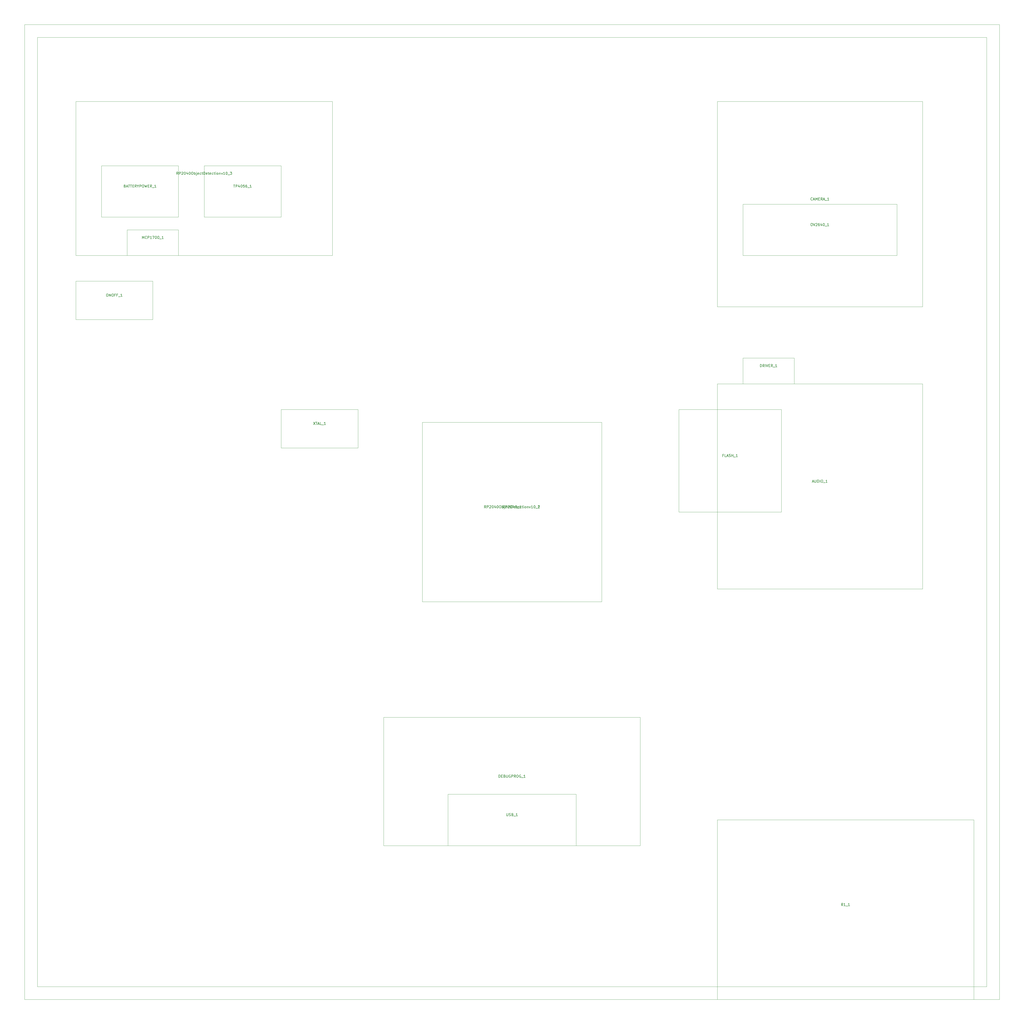
<source format=gto>
%TF.GenerationSoftware,KiCad,Pcbnew,9.0.2-9.0.2-0~ubuntu24.04.1*%
%TF.CreationDate,2025-05-09T21:03:50+02:00*%
%TF.ProjectId,temp_design,74656d70-5f64-4657-9369-676e2e6b6963,1.0*%
%TF.SameCoordinates,Original*%
%TF.FileFunction,Legend,Top*%
%TF.FilePolarity,Positive*%
%FSLAX46Y46*%
G04 Gerber Fmt 4.6, Leading zero omitted, Abs format (unit mm)*
G04 Created by KiCad (PCBNEW 9.0.2-9.0.2-0~ubuntu24.04.1) date 2025-05-09 21:03:50*
%MOMM*%
%LPD*%
G01*
G04 APERTURE LIST*
%ADD10C,0.150000*%
%ADD11C,0.100000*%
G04 APERTURE END LIST*
D10*
X189857141Y-198454819D02*
X189523808Y-197978628D01*
X189285713Y-198454819D02*
X189285713Y-197454819D01*
X189285713Y-197454819D02*
X189666665Y-197454819D01*
X189666665Y-197454819D02*
X189761903Y-197502438D01*
X189761903Y-197502438D02*
X189809522Y-197550057D01*
X189809522Y-197550057D02*
X189857141Y-197645295D01*
X189857141Y-197645295D02*
X189857141Y-197788152D01*
X189857141Y-197788152D02*
X189809522Y-197883390D01*
X189809522Y-197883390D02*
X189761903Y-197931009D01*
X189761903Y-197931009D02*
X189666665Y-197978628D01*
X189666665Y-197978628D02*
X189285713Y-197978628D01*
X190285713Y-198454819D02*
X190285713Y-197454819D01*
X190285713Y-197454819D02*
X190666665Y-197454819D01*
X190666665Y-197454819D02*
X190761903Y-197502438D01*
X190761903Y-197502438D02*
X190809522Y-197550057D01*
X190809522Y-197550057D02*
X190857141Y-197645295D01*
X190857141Y-197645295D02*
X190857141Y-197788152D01*
X190857141Y-197788152D02*
X190809522Y-197883390D01*
X190809522Y-197883390D02*
X190761903Y-197931009D01*
X190761903Y-197931009D02*
X190666665Y-197978628D01*
X190666665Y-197978628D02*
X190285713Y-197978628D01*
X191238094Y-197550057D02*
X191285713Y-197502438D01*
X191285713Y-197502438D02*
X191380951Y-197454819D01*
X191380951Y-197454819D02*
X191619046Y-197454819D01*
X191619046Y-197454819D02*
X191714284Y-197502438D01*
X191714284Y-197502438D02*
X191761903Y-197550057D01*
X191761903Y-197550057D02*
X191809522Y-197645295D01*
X191809522Y-197645295D02*
X191809522Y-197740533D01*
X191809522Y-197740533D02*
X191761903Y-197883390D01*
X191761903Y-197883390D02*
X191190475Y-198454819D01*
X191190475Y-198454819D02*
X191809522Y-198454819D01*
X192428570Y-197454819D02*
X192523808Y-197454819D01*
X192523808Y-197454819D02*
X192619046Y-197502438D01*
X192619046Y-197502438D02*
X192666665Y-197550057D01*
X192666665Y-197550057D02*
X192714284Y-197645295D01*
X192714284Y-197645295D02*
X192761903Y-197835771D01*
X192761903Y-197835771D02*
X192761903Y-198073866D01*
X192761903Y-198073866D02*
X192714284Y-198264342D01*
X192714284Y-198264342D02*
X192666665Y-198359580D01*
X192666665Y-198359580D02*
X192619046Y-198407200D01*
X192619046Y-198407200D02*
X192523808Y-198454819D01*
X192523808Y-198454819D02*
X192428570Y-198454819D01*
X192428570Y-198454819D02*
X192333332Y-198407200D01*
X192333332Y-198407200D02*
X192285713Y-198359580D01*
X192285713Y-198359580D02*
X192238094Y-198264342D01*
X192238094Y-198264342D02*
X192190475Y-198073866D01*
X192190475Y-198073866D02*
X192190475Y-197835771D01*
X192190475Y-197835771D02*
X192238094Y-197645295D01*
X192238094Y-197645295D02*
X192285713Y-197550057D01*
X192285713Y-197550057D02*
X192333332Y-197502438D01*
X192333332Y-197502438D02*
X192428570Y-197454819D01*
X193619046Y-197788152D02*
X193619046Y-198454819D01*
X193380951Y-197407200D02*
X193142856Y-198121485D01*
X193142856Y-198121485D02*
X193761903Y-198121485D01*
X194333332Y-197454819D02*
X194428570Y-197454819D01*
X194428570Y-197454819D02*
X194523808Y-197502438D01*
X194523808Y-197502438D02*
X194571427Y-197550057D01*
X194571427Y-197550057D02*
X194619046Y-197645295D01*
X194619046Y-197645295D02*
X194666665Y-197835771D01*
X194666665Y-197835771D02*
X194666665Y-198073866D01*
X194666665Y-198073866D02*
X194619046Y-198264342D01*
X194619046Y-198264342D02*
X194571427Y-198359580D01*
X194571427Y-198359580D02*
X194523808Y-198407200D01*
X194523808Y-198407200D02*
X194428570Y-198454819D01*
X194428570Y-198454819D02*
X194333332Y-198454819D01*
X194333332Y-198454819D02*
X194238094Y-198407200D01*
X194238094Y-198407200D02*
X194190475Y-198359580D01*
X194190475Y-198359580D02*
X194142856Y-198264342D01*
X194142856Y-198264342D02*
X194095237Y-198073866D01*
X194095237Y-198073866D02*
X194095237Y-197835771D01*
X194095237Y-197835771D02*
X194142856Y-197645295D01*
X194142856Y-197645295D02*
X194190475Y-197550057D01*
X194190475Y-197550057D02*
X194238094Y-197502438D01*
X194238094Y-197502438D02*
X194333332Y-197454819D01*
X195285713Y-197454819D02*
X195476189Y-197454819D01*
X195476189Y-197454819D02*
X195571427Y-197502438D01*
X195571427Y-197502438D02*
X195666665Y-197597676D01*
X195666665Y-197597676D02*
X195714284Y-197788152D01*
X195714284Y-197788152D02*
X195714284Y-198121485D01*
X195714284Y-198121485D02*
X195666665Y-198311961D01*
X195666665Y-198311961D02*
X195571427Y-198407200D01*
X195571427Y-198407200D02*
X195476189Y-198454819D01*
X195476189Y-198454819D02*
X195285713Y-198454819D01*
X195285713Y-198454819D02*
X195190475Y-198407200D01*
X195190475Y-198407200D02*
X195095237Y-198311961D01*
X195095237Y-198311961D02*
X195047618Y-198121485D01*
X195047618Y-198121485D02*
X195047618Y-197788152D01*
X195047618Y-197788152D02*
X195095237Y-197597676D01*
X195095237Y-197597676D02*
X195190475Y-197502438D01*
X195190475Y-197502438D02*
X195285713Y-197454819D01*
X196142856Y-198454819D02*
X196142856Y-197454819D01*
X196142856Y-197835771D02*
X196238094Y-197788152D01*
X196238094Y-197788152D02*
X196428570Y-197788152D01*
X196428570Y-197788152D02*
X196523808Y-197835771D01*
X196523808Y-197835771D02*
X196571427Y-197883390D01*
X196571427Y-197883390D02*
X196619046Y-197978628D01*
X196619046Y-197978628D02*
X196619046Y-198264342D01*
X196619046Y-198264342D02*
X196571427Y-198359580D01*
X196571427Y-198359580D02*
X196523808Y-198407200D01*
X196523808Y-198407200D02*
X196428570Y-198454819D01*
X196428570Y-198454819D02*
X196238094Y-198454819D01*
X196238094Y-198454819D02*
X196142856Y-198407200D01*
X197047618Y-197788152D02*
X197047618Y-198645295D01*
X197047618Y-198645295D02*
X196999999Y-198740533D01*
X196999999Y-198740533D02*
X196904761Y-198788152D01*
X196904761Y-198788152D02*
X196857142Y-198788152D01*
X197047618Y-197454819D02*
X196999999Y-197502438D01*
X196999999Y-197502438D02*
X197047618Y-197550057D01*
X197047618Y-197550057D02*
X197095237Y-197502438D01*
X197095237Y-197502438D02*
X197047618Y-197454819D01*
X197047618Y-197454819D02*
X197047618Y-197550057D01*
X197904760Y-198407200D02*
X197809522Y-198454819D01*
X197809522Y-198454819D02*
X197619046Y-198454819D01*
X197619046Y-198454819D02*
X197523808Y-198407200D01*
X197523808Y-198407200D02*
X197476189Y-198311961D01*
X197476189Y-198311961D02*
X197476189Y-197931009D01*
X197476189Y-197931009D02*
X197523808Y-197835771D01*
X197523808Y-197835771D02*
X197619046Y-197788152D01*
X197619046Y-197788152D02*
X197809522Y-197788152D01*
X197809522Y-197788152D02*
X197904760Y-197835771D01*
X197904760Y-197835771D02*
X197952379Y-197931009D01*
X197952379Y-197931009D02*
X197952379Y-198026247D01*
X197952379Y-198026247D02*
X197476189Y-198121485D01*
X198809522Y-198407200D02*
X198714284Y-198454819D01*
X198714284Y-198454819D02*
X198523808Y-198454819D01*
X198523808Y-198454819D02*
X198428570Y-198407200D01*
X198428570Y-198407200D02*
X198380951Y-198359580D01*
X198380951Y-198359580D02*
X198333332Y-198264342D01*
X198333332Y-198264342D02*
X198333332Y-197978628D01*
X198333332Y-197978628D02*
X198380951Y-197883390D01*
X198380951Y-197883390D02*
X198428570Y-197835771D01*
X198428570Y-197835771D02*
X198523808Y-197788152D01*
X198523808Y-197788152D02*
X198714284Y-197788152D01*
X198714284Y-197788152D02*
X198809522Y-197835771D01*
X199095237Y-197788152D02*
X199476189Y-197788152D01*
X199238094Y-197454819D02*
X199238094Y-198311961D01*
X199238094Y-198311961D02*
X199285713Y-198407200D01*
X199285713Y-198407200D02*
X199380951Y-198454819D01*
X199380951Y-198454819D02*
X199476189Y-198454819D01*
X199809523Y-198454819D02*
X199809523Y-197454819D01*
X199809523Y-197454819D02*
X200047618Y-197454819D01*
X200047618Y-197454819D02*
X200190475Y-197502438D01*
X200190475Y-197502438D02*
X200285713Y-197597676D01*
X200285713Y-197597676D02*
X200333332Y-197692914D01*
X200333332Y-197692914D02*
X200380951Y-197883390D01*
X200380951Y-197883390D02*
X200380951Y-198026247D01*
X200380951Y-198026247D02*
X200333332Y-198216723D01*
X200333332Y-198216723D02*
X200285713Y-198311961D01*
X200285713Y-198311961D02*
X200190475Y-198407200D01*
X200190475Y-198407200D02*
X200047618Y-198454819D01*
X200047618Y-198454819D02*
X199809523Y-198454819D01*
X201190475Y-198407200D02*
X201095237Y-198454819D01*
X201095237Y-198454819D02*
X200904761Y-198454819D01*
X200904761Y-198454819D02*
X200809523Y-198407200D01*
X200809523Y-198407200D02*
X200761904Y-198311961D01*
X200761904Y-198311961D02*
X200761904Y-197931009D01*
X200761904Y-197931009D02*
X200809523Y-197835771D01*
X200809523Y-197835771D02*
X200904761Y-197788152D01*
X200904761Y-197788152D02*
X201095237Y-197788152D01*
X201095237Y-197788152D02*
X201190475Y-197835771D01*
X201190475Y-197835771D02*
X201238094Y-197931009D01*
X201238094Y-197931009D02*
X201238094Y-198026247D01*
X201238094Y-198026247D02*
X200761904Y-198121485D01*
X201523809Y-197788152D02*
X201904761Y-197788152D01*
X201666666Y-197454819D02*
X201666666Y-198311961D01*
X201666666Y-198311961D02*
X201714285Y-198407200D01*
X201714285Y-198407200D02*
X201809523Y-198454819D01*
X201809523Y-198454819D02*
X201904761Y-198454819D01*
X202619047Y-198407200D02*
X202523809Y-198454819D01*
X202523809Y-198454819D02*
X202333333Y-198454819D01*
X202333333Y-198454819D02*
X202238095Y-198407200D01*
X202238095Y-198407200D02*
X202190476Y-198311961D01*
X202190476Y-198311961D02*
X202190476Y-197931009D01*
X202190476Y-197931009D02*
X202238095Y-197835771D01*
X202238095Y-197835771D02*
X202333333Y-197788152D01*
X202333333Y-197788152D02*
X202523809Y-197788152D01*
X202523809Y-197788152D02*
X202619047Y-197835771D01*
X202619047Y-197835771D02*
X202666666Y-197931009D01*
X202666666Y-197931009D02*
X202666666Y-198026247D01*
X202666666Y-198026247D02*
X202190476Y-198121485D01*
X203523809Y-198407200D02*
X203428571Y-198454819D01*
X203428571Y-198454819D02*
X203238095Y-198454819D01*
X203238095Y-198454819D02*
X203142857Y-198407200D01*
X203142857Y-198407200D02*
X203095238Y-198359580D01*
X203095238Y-198359580D02*
X203047619Y-198264342D01*
X203047619Y-198264342D02*
X203047619Y-197978628D01*
X203047619Y-197978628D02*
X203095238Y-197883390D01*
X203095238Y-197883390D02*
X203142857Y-197835771D01*
X203142857Y-197835771D02*
X203238095Y-197788152D01*
X203238095Y-197788152D02*
X203428571Y-197788152D01*
X203428571Y-197788152D02*
X203523809Y-197835771D01*
X203809524Y-197788152D02*
X204190476Y-197788152D01*
X203952381Y-197454819D02*
X203952381Y-198311961D01*
X203952381Y-198311961D02*
X204000000Y-198407200D01*
X204000000Y-198407200D02*
X204095238Y-198454819D01*
X204095238Y-198454819D02*
X204190476Y-198454819D01*
X204523810Y-198454819D02*
X204523810Y-197788152D01*
X204523810Y-197454819D02*
X204476191Y-197502438D01*
X204476191Y-197502438D02*
X204523810Y-197550057D01*
X204523810Y-197550057D02*
X204571429Y-197502438D01*
X204571429Y-197502438D02*
X204523810Y-197454819D01*
X204523810Y-197454819D02*
X204523810Y-197550057D01*
X205142857Y-198454819D02*
X205047619Y-198407200D01*
X205047619Y-198407200D02*
X205000000Y-198359580D01*
X205000000Y-198359580D02*
X204952381Y-198264342D01*
X204952381Y-198264342D02*
X204952381Y-197978628D01*
X204952381Y-197978628D02*
X205000000Y-197883390D01*
X205000000Y-197883390D02*
X205047619Y-197835771D01*
X205047619Y-197835771D02*
X205142857Y-197788152D01*
X205142857Y-197788152D02*
X205285714Y-197788152D01*
X205285714Y-197788152D02*
X205380952Y-197835771D01*
X205380952Y-197835771D02*
X205428571Y-197883390D01*
X205428571Y-197883390D02*
X205476190Y-197978628D01*
X205476190Y-197978628D02*
X205476190Y-198264342D01*
X205476190Y-198264342D02*
X205428571Y-198359580D01*
X205428571Y-198359580D02*
X205380952Y-198407200D01*
X205380952Y-198407200D02*
X205285714Y-198454819D01*
X205285714Y-198454819D02*
X205142857Y-198454819D01*
X205904762Y-197788152D02*
X205904762Y-198454819D01*
X205904762Y-197883390D02*
X205952381Y-197835771D01*
X205952381Y-197835771D02*
X206047619Y-197788152D01*
X206047619Y-197788152D02*
X206190476Y-197788152D01*
X206190476Y-197788152D02*
X206285714Y-197835771D01*
X206285714Y-197835771D02*
X206333333Y-197931009D01*
X206333333Y-197931009D02*
X206333333Y-198454819D01*
X206714286Y-197788152D02*
X206952381Y-198454819D01*
X206952381Y-198454819D02*
X207190476Y-197788152D01*
X208095238Y-198454819D02*
X207523810Y-198454819D01*
X207809524Y-198454819D02*
X207809524Y-197454819D01*
X207809524Y-197454819D02*
X207714286Y-197597676D01*
X207714286Y-197597676D02*
X207619048Y-197692914D01*
X207619048Y-197692914D02*
X207523810Y-197740533D01*
X208714286Y-197454819D02*
X208809524Y-197454819D01*
X208809524Y-197454819D02*
X208904762Y-197502438D01*
X208904762Y-197502438D02*
X208952381Y-197550057D01*
X208952381Y-197550057D02*
X209000000Y-197645295D01*
X209000000Y-197645295D02*
X209047619Y-197835771D01*
X209047619Y-197835771D02*
X209047619Y-198073866D01*
X209047619Y-198073866D02*
X209000000Y-198264342D01*
X209000000Y-198264342D02*
X208952381Y-198359580D01*
X208952381Y-198359580D02*
X208904762Y-198407200D01*
X208904762Y-198407200D02*
X208809524Y-198454819D01*
X208809524Y-198454819D02*
X208714286Y-198454819D01*
X208714286Y-198454819D02*
X208619048Y-198407200D01*
X208619048Y-198407200D02*
X208571429Y-198359580D01*
X208571429Y-198359580D02*
X208523810Y-198264342D01*
X208523810Y-198264342D02*
X208476191Y-198073866D01*
X208476191Y-198073866D02*
X208476191Y-197835771D01*
X208476191Y-197835771D02*
X208523810Y-197645295D01*
X208523810Y-197645295D02*
X208571429Y-197550057D01*
X208571429Y-197550057D02*
X208619048Y-197502438D01*
X208619048Y-197502438D02*
X208714286Y-197454819D01*
X209238096Y-198550057D02*
X210000000Y-198550057D01*
X210761905Y-198454819D02*
X210190477Y-198454819D01*
X210476191Y-198454819D02*
X210476191Y-197454819D01*
X210476191Y-197454819D02*
X210380953Y-197597676D01*
X210380953Y-197597676D02*
X210285715Y-197692914D01*
X210285715Y-197692914D02*
X210190477Y-197740533D01*
X189857141Y-198454819D02*
X189523808Y-197978628D01*
X189285713Y-198454819D02*
X189285713Y-197454819D01*
X189285713Y-197454819D02*
X189666665Y-197454819D01*
X189666665Y-197454819D02*
X189761903Y-197502438D01*
X189761903Y-197502438D02*
X189809522Y-197550057D01*
X189809522Y-197550057D02*
X189857141Y-197645295D01*
X189857141Y-197645295D02*
X189857141Y-197788152D01*
X189857141Y-197788152D02*
X189809522Y-197883390D01*
X189809522Y-197883390D02*
X189761903Y-197931009D01*
X189761903Y-197931009D02*
X189666665Y-197978628D01*
X189666665Y-197978628D02*
X189285713Y-197978628D01*
X190285713Y-198454819D02*
X190285713Y-197454819D01*
X190285713Y-197454819D02*
X190666665Y-197454819D01*
X190666665Y-197454819D02*
X190761903Y-197502438D01*
X190761903Y-197502438D02*
X190809522Y-197550057D01*
X190809522Y-197550057D02*
X190857141Y-197645295D01*
X190857141Y-197645295D02*
X190857141Y-197788152D01*
X190857141Y-197788152D02*
X190809522Y-197883390D01*
X190809522Y-197883390D02*
X190761903Y-197931009D01*
X190761903Y-197931009D02*
X190666665Y-197978628D01*
X190666665Y-197978628D02*
X190285713Y-197978628D01*
X191238094Y-197550057D02*
X191285713Y-197502438D01*
X191285713Y-197502438D02*
X191380951Y-197454819D01*
X191380951Y-197454819D02*
X191619046Y-197454819D01*
X191619046Y-197454819D02*
X191714284Y-197502438D01*
X191714284Y-197502438D02*
X191761903Y-197550057D01*
X191761903Y-197550057D02*
X191809522Y-197645295D01*
X191809522Y-197645295D02*
X191809522Y-197740533D01*
X191809522Y-197740533D02*
X191761903Y-197883390D01*
X191761903Y-197883390D02*
X191190475Y-198454819D01*
X191190475Y-198454819D02*
X191809522Y-198454819D01*
X192428570Y-197454819D02*
X192523808Y-197454819D01*
X192523808Y-197454819D02*
X192619046Y-197502438D01*
X192619046Y-197502438D02*
X192666665Y-197550057D01*
X192666665Y-197550057D02*
X192714284Y-197645295D01*
X192714284Y-197645295D02*
X192761903Y-197835771D01*
X192761903Y-197835771D02*
X192761903Y-198073866D01*
X192761903Y-198073866D02*
X192714284Y-198264342D01*
X192714284Y-198264342D02*
X192666665Y-198359580D01*
X192666665Y-198359580D02*
X192619046Y-198407200D01*
X192619046Y-198407200D02*
X192523808Y-198454819D01*
X192523808Y-198454819D02*
X192428570Y-198454819D01*
X192428570Y-198454819D02*
X192333332Y-198407200D01*
X192333332Y-198407200D02*
X192285713Y-198359580D01*
X192285713Y-198359580D02*
X192238094Y-198264342D01*
X192238094Y-198264342D02*
X192190475Y-198073866D01*
X192190475Y-198073866D02*
X192190475Y-197835771D01*
X192190475Y-197835771D02*
X192238094Y-197645295D01*
X192238094Y-197645295D02*
X192285713Y-197550057D01*
X192285713Y-197550057D02*
X192333332Y-197502438D01*
X192333332Y-197502438D02*
X192428570Y-197454819D01*
X193619046Y-197788152D02*
X193619046Y-198454819D01*
X193380951Y-197407200D02*
X193142856Y-198121485D01*
X193142856Y-198121485D02*
X193761903Y-198121485D01*
X194333332Y-197454819D02*
X194428570Y-197454819D01*
X194428570Y-197454819D02*
X194523808Y-197502438D01*
X194523808Y-197502438D02*
X194571427Y-197550057D01*
X194571427Y-197550057D02*
X194619046Y-197645295D01*
X194619046Y-197645295D02*
X194666665Y-197835771D01*
X194666665Y-197835771D02*
X194666665Y-198073866D01*
X194666665Y-198073866D02*
X194619046Y-198264342D01*
X194619046Y-198264342D02*
X194571427Y-198359580D01*
X194571427Y-198359580D02*
X194523808Y-198407200D01*
X194523808Y-198407200D02*
X194428570Y-198454819D01*
X194428570Y-198454819D02*
X194333332Y-198454819D01*
X194333332Y-198454819D02*
X194238094Y-198407200D01*
X194238094Y-198407200D02*
X194190475Y-198359580D01*
X194190475Y-198359580D02*
X194142856Y-198264342D01*
X194142856Y-198264342D02*
X194095237Y-198073866D01*
X194095237Y-198073866D02*
X194095237Y-197835771D01*
X194095237Y-197835771D02*
X194142856Y-197645295D01*
X194142856Y-197645295D02*
X194190475Y-197550057D01*
X194190475Y-197550057D02*
X194238094Y-197502438D01*
X194238094Y-197502438D02*
X194333332Y-197454819D01*
X195285713Y-197454819D02*
X195476189Y-197454819D01*
X195476189Y-197454819D02*
X195571427Y-197502438D01*
X195571427Y-197502438D02*
X195666665Y-197597676D01*
X195666665Y-197597676D02*
X195714284Y-197788152D01*
X195714284Y-197788152D02*
X195714284Y-198121485D01*
X195714284Y-198121485D02*
X195666665Y-198311961D01*
X195666665Y-198311961D02*
X195571427Y-198407200D01*
X195571427Y-198407200D02*
X195476189Y-198454819D01*
X195476189Y-198454819D02*
X195285713Y-198454819D01*
X195285713Y-198454819D02*
X195190475Y-198407200D01*
X195190475Y-198407200D02*
X195095237Y-198311961D01*
X195095237Y-198311961D02*
X195047618Y-198121485D01*
X195047618Y-198121485D02*
X195047618Y-197788152D01*
X195047618Y-197788152D02*
X195095237Y-197597676D01*
X195095237Y-197597676D02*
X195190475Y-197502438D01*
X195190475Y-197502438D02*
X195285713Y-197454819D01*
X196142856Y-198454819D02*
X196142856Y-197454819D01*
X196142856Y-197835771D02*
X196238094Y-197788152D01*
X196238094Y-197788152D02*
X196428570Y-197788152D01*
X196428570Y-197788152D02*
X196523808Y-197835771D01*
X196523808Y-197835771D02*
X196571427Y-197883390D01*
X196571427Y-197883390D02*
X196619046Y-197978628D01*
X196619046Y-197978628D02*
X196619046Y-198264342D01*
X196619046Y-198264342D02*
X196571427Y-198359580D01*
X196571427Y-198359580D02*
X196523808Y-198407200D01*
X196523808Y-198407200D02*
X196428570Y-198454819D01*
X196428570Y-198454819D02*
X196238094Y-198454819D01*
X196238094Y-198454819D02*
X196142856Y-198407200D01*
X197047618Y-197788152D02*
X197047618Y-198645295D01*
X197047618Y-198645295D02*
X196999999Y-198740533D01*
X196999999Y-198740533D02*
X196904761Y-198788152D01*
X196904761Y-198788152D02*
X196857142Y-198788152D01*
X197047618Y-197454819D02*
X196999999Y-197502438D01*
X196999999Y-197502438D02*
X197047618Y-197550057D01*
X197047618Y-197550057D02*
X197095237Y-197502438D01*
X197095237Y-197502438D02*
X197047618Y-197454819D01*
X197047618Y-197454819D02*
X197047618Y-197550057D01*
X197904760Y-198407200D02*
X197809522Y-198454819D01*
X197809522Y-198454819D02*
X197619046Y-198454819D01*
X197619046Y-198454819D02*
X197523808Y-198407200D01*
X197523808Y-198407200D02*
X197476189Y-198311961D01*
X197476189Y-198311961D02*
X197476189Y-197931009D01*
X197476189Y-197931009D02*
X197523808Y-197835771D01*
X197523808Y-197835771D02*
X197619046Y-197788152D01*
X197619046Y-197788152D02*
X197809522Y-197788152D01*
X197809522Y-197788152D02*
X197904760Y-197835771D01*
X197904760Y-197835771D02*
X197952379Y-197931009D01*
X197952379Y-197931009D02*
X197952379Y-198026247D01*
X197952379Y-198026247D02*
X197476189Y-198121485D01*
X198809522Y-198407200D02*
X198714284Y-198454819D01*
X198714284Y-198454819D02*
X198523808Y-198454819D01*
X198523808Y-198454819D02*
X198428570Y-198407200D01*
X198428570Y-198407200D02*
X198380951Y-198359580D01*
X198380951Y-198359580D02*
X198333332Y-198264342D01*
X198333332Y-198264342D02*
X198333332Y-197978628D01*
X198333332Y-197978628D02*
X198380951Y-197883390D01*
X198380951Y-197883390D02*
X198428570Y-197835771D01*
X198428570Y-197835771D02*
X198523808Y-197788152D01*
X198523808Y-197788152D02*
X198714284Y-197788152D01*
X198714284Y-197788152D02*
X198809522Y-197835771D01*
X199095237Y-197788152D02*
X199476189Y-197788152D01*
X199238094Y-197454819D02*
X199238094Y-198311961D01*
X199238094Y-198311961D02*
X199285713Y-198407200D01*
X199285713Y-198407200D02*
X199380951Y-198454819D01*
X199380951Y-198454819D02*
X199476189Y-198454819D01*
X199809523Y-198454819D02*
X199809523Y-197454819D01*
X199809523Y-197454819D02*
X200047618Y-197454819D01*
X200047618Y-197454819D02*
X200190475Y-197502438D01*
X200190475Y-197502438D02*
X200285713Y-197597676D01*
X200285713Y-197597676D02*
X200333332Y-197692914D01*
X200333332Y-197692914D02*
X200380951Y-197883390D01*
X200380951Y-197883390D02*
X200380951Y-198026247D01*
X200380951Y-198026247D02*
X200333332Y-198216723D01*
X200333332Y-198216723D02*
X200285713Y-198311961D01*
X200285713Y-198311961D02*
X200190475Y-198407200D01*
X200190475Y-198407200D02*
X200047618Y-198454819D01*
X200047618Y-198454819D02*
X199809523Y-198454819D01*
X201190475Y-198407200D02*
X201095237Y-198454819D01*
X201095237Y-198454819D02*
X200904761Y-198454819D01*
X200904761Y-198454819D02*
X200809523Y-198407200D01*
X200809523Y-198407200D02*
X200761904Y-198311961D01*
X200761904Y-198311961D02*
X200761904Y-197931009D01*
X200761904Y-197931009D02*
X200809523Y-197835771D01*
X200809523Y-197835771D02*
X200904761Y-197788152D01*
X200904761Y-197788152D02*
X201095237Y-197788152D01*
X201095237Y-197788152D02*
X201190475Y-197835771D01*
X201190475Y-197835771D02*
X201238094Y-197931009D01*
X201238094Y-197931009D02*
X201238094Y-198026247D01*
X201238094Y-198026247D02*
X200761904Y-198121485D01*
X201523809Y-197788152D02*
X201904761Y-197788152D01*
X201666666Y-197454819D02*
X201666666Y-198311961D01*
X201666666Y-198311961D02*
X201714285Y-198407200D01*
X201714285Y-198407200D02*
X201809523Y-198454819D01*
X201809523Y-198454819D02*
X201904761Y-198454819D01*
X202619047Y-198407200D02*
X202523809Y-198454819D01*
X202523809Y-198454819D02*
X202333333Y-198454819D01*
X202333333Y-198454819D02*
X202238095Y-198407200D01*
X202238095Y-198407200D02*
X202190476Y-198311961D01*
X202190476Y-198311961D02*
X202190476Y-197931009D01*
X202190476Y-197931009D02*
X202238095Y-197835771D01*
X202238095Y-197835771D02*
X202333333Y-197788152D01*
X202333333Y-197788152D02*
X202523809Y-197788152D01*
X202523809Y-197788152D02*
X202619047Y-197835771D01*
X202619047Y-197835771D02*
X202666666Y-197931009D01*
X202666666Y-197931009D02*
X202666666Y-198026247D01*
X202666666Y-198026247D02*
X202190476Y-198121485D01*
X203523809Y-198407200D02*
X203428571Y-198454819D01*
X203428571Y-198454819D02*
X203238095Y-198454819D01*
X203238095Y-198454819D02*
X203142857Y-198407200D01*
X203142857Y-198407200D02*
X203095238Y-198359580D01*
X203095238Y-198359580D02*
X203047619Y-198264342D01*
X203047619Y-198264342D02*
X203047619Y-197978628D01*
X203047619Y-197978628D02*
X203095238Y-197883390D01*
X203095238Y-197883390D02*
X203142857Y-197835771D01*
X203142857Y-197835771D02*
X203238095Y-197788152D01*
X203238095Y-197788152D02*
X203428571Y-197788152D01*
X203428571Y-197788152D02*
X203523809Y-197835771D01*
X203809524Y-197788152D02*
X204190476Y-197788152D01*
X203952381Y-197454819D02*
X203952381Y-198311961D01*
X203952381Y-198311961D02*
X204000000Y-198407200D01*
X204000000Y-198407200D02*
X204095238Y-198454819D01*
X204095238Y-198454819D02*
X204190476Y-198454819D01*
X204523810Y-198454819D02*
X204523810Y-197788152D01*
X204523810Y-197454819D02*
X204476191Y-197502438D01*
X204476191Y-197502438D02*
X204523810Y-197550057D01*
X204523810Y-197550057D02*
X204571429Y-197502438D01*
X204571429Y-197502438D02*
X204523810Y-197454819D01*
X204523810Y-197454819D02*
X204523810Y-197550057D01*
X205142857Y-198454819D02*
X205047619Y-198407200D01*
X205047619Y-198407200D02*
X205000000Y-198359580D01*
X205000000Y-198359580D02*
X204952381Y-198264342D01*
X204952381Y-198264342D02*
X204952381Y-197978628D01*
X204952381Y-197978628D02*
X205000000Y-197883390D01*
X205000000Y-197883390D02*
X205047619Y-197835771D01*
X205047619Y-197835771D02*
X205142857Y-197788152D01*
X205142857Y-197788152D02*
X205285714Y-197788152D01*
X205285714Y-197788152D02*
X205380952Y-197835771D01*
X205380952Y-197835771D02*
X205428571Y-197883390D01*
X205428571Y-197883390D02*
X205476190Y-197978628D01*
X205476190Y-197978628D02*
X205476190Y-198264342D01*
X205476190Y-198264342D02*
X205428571Y-198359580D01*
X205428571Y-198359580D02*
X205380952Y-198407200D01*
X205380952Y-198407200D02*
X205285714Y-198454819D01*
X205285714Y-198454819D02*
X205142857Y-198454819D01*
X205904762Y-197788152D02*
X205904762Y-198454819D01*
X205904762Y-197883390D02*
X205952381Y-197835771D01*
X205952381Y-197835771D02*
X206047619Y-197788152D01*
X206047619Y-197788152D02*
X206190476Y-197788152D01*
X206190476Y-197788152D02*
X206285714Y-197835771D01*
X206285714Y-197835771D02*
X206333333Y-197931009D01*
X206333333Y-197931009D02*
X206333333Y-198454819D01*
X206714286Y-197788152D02*
X206952381Y-198454819D01*
X206952381Y-198454819D02*
X207190476Y-197788152D01*
X208095238Y-198454819D02*
X207523810Y-198454819D01*
X207809524Y-198454819D02*
X207809524Y-197454819D01*
X207809524Y-197454819D02*
X207714286Y-197597676D01*
X207714286Y-197597676D02*
X207619048Y-197692914D01*
X207619048Y-197692914D02*
X207523810Y-197740533D01*
X208714286Y-197454819D02*
X208809524Y-197454819D01*
X208809524Y-197454819D02*
X208904762Y-197502438D01*
X208904762Y-197502438D02*
X208952381Y-197550057D01*
X208952381Y-197550057D02*
X209000000Y-197645295D01*
X209000000Y-197645295D02*
X209047619Y-197835771D01*
X209047619Y-197835771D02*
X209047619Y-198073866D01*
X209047619Y-198073866D02*
X209000000Y-198264342D01*
X209000000Y-198264342D02*
X208952381Y-198359580D01*
X208952381Y-198359580D02*
X208904762Y-198407200D01*
X208904762Y-198407200D02*
X208809524Y-198454819D01*
X208809524Y-198454819D02*
X208714286Y-198454819D01*
X208714286Y-198454819D02*
X208619048Y-198407200D01*
X208619048Y-198407200D02*
X208571429Y-198359580D01*
X208571429Y-198359580D02*
X208523810Y-198264342D01*
X208523810Y-198264342D02*
X208476191Y-198073866D01*
X208476191Y-198073866D02*
X208476191Y-197835771D01*
X208476191Y-197835771D02*
X208523810Y-197645295D01*
X208523810Y-197645295D02*
X208571429Y-197550057D01*
X208571429Y-197550057D02*
X208619048Y-197502438D01*
X208619048Y-197502438D02*
X208714286Y-197454819D01*
X209238096Y-198550057D02*
X210000000Y-198550057D01*
X210190477Y-197550057D02*
X210238096Y-197502438D01*
X210238096Y-197502438D02*
X210333334Y-197454819D01*
X210333334Y-197454819D02*
X210571429Y-197454819D01*
X210571429Y-197454819D02*
X210666667Y-197502438D01*
X210666667Y-197502438D02*
X210714286Y-197550057D01*
X210714286Y-197550057D02*
X210761905Y-197645295D01*
X210761905Y-197645295D02*
X210761905Y-197740533D01*
X210761905Y-197740533D02*
X210714286Y-197883390D01*
X210714286Y-197883390D02*
X210142858Y-198454819D01*
X210142858Y-198454819D02*
X210761905Y-198454819D01*
X197047618Y-198454819D02*
X196714285Y-197978628D01*
X196476190Y-198454819D02*
X196476190Y-197454819D01*
X196476190Y-197454819D02*
X196857142Y-197454819D01*
X196857142Y-197454819D02*
X196952380Y-197502438D01*
X196952380Y-197502438D02*
X196999999Y-197550057D01*
X196999999Y-197550057D02*
X197047618Y-197645295D01*
X197047618Y-197645295D02*
X197047618Y-197788152D01*
X197047618Y-197788152D02*
X196999999Y-197883390D01*
X196999999Y-197883390D02*
X196952380Y-197931009D01*
X196952380Y-197931009D02*
X196857142Y-197978628D01*
X196857142Y-197978628D02*
X196476190Y-197978628D01*
X197476190Y-198454819D02*
X197476190Y-197454819D01*
X197476190Y-197454819D02*
X197857142Y-197454819D01*
X197857142Y-197454819D02*
X197952380Y-197502438D01*
X197952380Y-197502438D02*
X197999999Y-197550057D01*
X197999999Y-197550057D02*
X198047618Y-197645295D01*
X198047618Y-197645295D02*
X198047618Y-197788152D01*
X198047618Y-197788152D02*
X197999999Y-197883390D01*
X197999999Y-197883390D02*
X197952380Y-197931009D01*
X197952380Y-197931009D02*
X197857142Y-197978628D01*
X197857142Y-197978628D02*
X197476190Y-197978628D01*
X198428571Y-197550057D02*
X198476190Y-197502438D01*
X198476190Y-197502438D02*
X198571428Y-197454819D01*
X198571428Y-197454819D02*
X198809523Y-197454819D01*
X198809523Y-197454819D02*
X198904761Y-197502438D01*
X198904761Y-197502438D02*
X198952380Y-197550057D01*
X198952380Y-197550057D02*
X198999999Y-197645295D01*
X198999999Y-197645295D02*
X198999999Y-197740533D01*
X198999999Y-197740533D02*
X198952380Y-197883390D01*
X198952380Y-197883390D02*
X198380952Y-198454819D01*
X198380952Y-198454819D02*
X198999999Y-198454819D01*
X199619047Y-197454819D02*
X199714285Y-197454819D01*
X199714285Y-197454819D02*
X199809523Y-197502438D01*
X199809523Y-197502438D02*
X199857142Y-197550057D01*
X199857142Y-197550057D02*
X199904761Y-197645295D01*
X199904761Y-197645295D02*
X199952380Y-197835771D01*
X199952380Y-197835771D02*
X199952380Y-198073866D01*
X199952380Y-198073866D02*
X199904761Y-198264342D01*
X199904761Y-198264342D02*
X199857142Y-198359580D01*
X199857142Y-198359580D02*
X199809523Y-198407200D01*
X199809523Y-198407200D02*
X199714285Y-198454819D01*
X199714285Y-198454819D02*
X199619047Y-198454819D01*
X199619047Y-198454819D02*
X199523809Y-198407200D01*
X199523809Y-198407200D02*
X199476190Y-198359580D01*
X199476190Y-198359580D02*
X199428571Y-198264342D01*
X199428571Y-198264342D02*
X199380952Y-198073866D01*
X199380952Y-198073866D02*
X199380952Y-197835771D01*
X199380952Y-197835771D02*
X199428571Y-197645295D01*
X199428571Y-197645295D02*
X199476190Y-197550057D01*
X199476190Y-197550057D02*
X199523809Y-197502438D01*
X199523809Y-197502438D02*
X199619047Y-197454819D01*
X200809523Y-197788152D02*
X200809523Y-198454819D01*
X200571428Y-197407200D02*
X200333333Y-198121485D01*
X200333333Y-198121485D02*
X200952380Y-198121485D01*
X201523809Y-197454819D02*
X201619047Y-197454819D01*
X201619047Y-197454819D02*
X201714285Y-197502438D01*
X201714285Y-197502438D02*
X201761904Y-197550057D01*
X201761904Y-197550057D02*
X201809523Y-197645295D01*
X201809523Y-197645295D02*
X201857142Y-197835771D01*
X201857142Y-197835771D02*
X201857142Y-198073866D01*
X201857142Y-198073866D02*
X201809523Y-198264342D01*
X201809523Y-198264342D02*
X201761904Y-198359580D01*
X201761904Y-198359580D02*
X201714285Y-198407200D01*
X201714285Y-198407200D02*
X201619047Y-198454819D01*
X201619047Y-198454819D02*
X201523809Y-198454819D01*
X201523809Y-198454819D02*
X201428571Y-198407200D01*
X201428571Y-198407200D02*
X201380952Y-198359580D01*
X201380952Y-198359580D02*
X201333333Y-198264342D01*
X201333333Y-198264342D02*
X201285714Y-198073866D01*
X201285714Y-198073866D02*
X201285714Y-197835771D01*
X201285714Y-197835771D02*
X201333333Y-197645295D01*
X201333333Y-197645295D02*
X201380952Y-197550057D01*
X201380952Y-197550057D02*
X201428571Y-197502438D01*
X201428571Y-197502438D02*
X201523809Y-197454819D01*
X202047619Y-198550057D02*
X202809523Y-198550057D01*
X203571428Y-198454819D02*
X203000000Y-198454819D01*
X203285714Y-198454819D02*
X203285714Y-197454819D01*
X203285714Y-197454819D02*
X203190476Y-197597676D01*
X203190476Y-197597676D02*
X203095238Y-197692914D01*
X203095238Y-197692914D02*
X203000000Y-197740533D01*
X282452380Y-177931009D02*
X282119047Y-177931009D01*
X282119047Y-178454819D02*
X282119047Y-177454819D01*
X282119047Y-177454819D02*
X282595237Y-177454819D01*
X283452380Y-178454819D02*
X282976190Y-178454819D01*
X282976190Y-178454819D02*
X282976190Y-177454819D01*
X283738095Y-178169104D02*
X284214285Y-178169104D01*
X283642857Y-178454819D02*
X283976190Y-177454819D01*
X283976190Y-177454819D02*
X284309523Y-178454819D01*
X284595238Y-178407200D02*
X284738095Y-178454819D01*
X284738095Y-178454819D02*
X284976190Y-178454819D01*
X284976190Y-178454819D02*
X285071428Y-178407200D01*
X285071428Y-178407200D02*
X285119047Y-178359580D01*
X285119047Y-178359580D02*
X285166666Y-178264342D01*
X285166666Y-178264342D02*
X285166666Y-178169104D01*
X285166666Y-178169104D02*
X285119047Y-178073866D01*
X285119047Y-178073866D02*
X285071428Y-178026247D01*
X285071428Y-178026247D02*
X284976190Y-177978628D01*
X284976190Y-177978628D02*
X284785714Y-177931009D01*
X284785714Y-177931009D02*
X284690476Y-177883390D01*
X284690476Y-177883390D02*
X284642857Y-177835771D01*
X284642857Y-177835771D02*
X284595238Y-177740533D01*
X284595238Y-177740533D02*
X284595238Y-177645295D01*
X284595238Y-177645295D02*
X284642857Y-177550057D01*
X284642857Y-177550057D02*
X284690476Y-177502438D01*
X284690476Y-177502438D02*
X284785714Y-177454819D01*
X284785714Y-177454819D02*
X285023809Y-177454819D01*
X285023809Y-177454819D02*
X285166666Y-177502438D01*
X285595238Y-178454819D02*
X285595238Y-177454819D01*
X285595238Y-177931009D02*
X286166666Y-177931009D01*
X286166666Y-178454819D02*
X286166666Y-177454819D01*
X286404762Y-178550057D02*
X287166666Y-178550057D01*
X287928571Y-178454819D02*
X287357143Y-178454819D01*
X287642857Y-178454819D02*
X287642857Y-177454819D01*
X287642857Y-177454819D02*
X287547619Y-177597676D01*
X287547619Y-177597676D02*
X287452381Y-177692914D01*
X287452381Y-177692914D02*
X287357143Y-177740533D01*
X69857141Y-68454819D02*
X69523808Y-67978628D01*
X69285713Y-68454819D02*
X69285713Y-67454819D01*
X69285713Y-67454819D02*
X69666665Y-67454819D01*
X69666665Y-67454819D02*
X69761903Y-67502438D01*
X69761903Y-67502438D02*
X69809522Y-67550057D01*
X69809522Y-67550057D02*
X69857141Y-67645295D01*
X69857141Y-67645295D02*
X69857141Y-67788152D01*
X69857141Y-67788152D02*
X69809522Y-67883390D01*
X69809522Y-67883390D02*
X69761903Y-67931009D01*
X69761903Y-67931009D02*
X69666665Y-67978628D01*
X69666665Y-67978628D02*
X69285713Y-67978628D01*
X70285713Y-68454819D02*
X70285713Y-67454819D01*
X70285713Y-67454819D02*
X70666665Y-67454819D01*
X70666665Y-67454819D02*
X70761903Y-67502438D01*
X70761903Y-67502438D02*
X70809522Y-67550057D01*
X70809522Y-67550057D02*
X70857141Y-67645295D01*
X70857141Y-67645295D02*
X70857141Y-67788152D01*
X70857141Y-67788152D02*
X70809522Y-67883390D01*
X70809522Y-67883390D02*
X70761903Y-67931009D01*
X70761903Y-67931009D02*
X70666665Y-67978628D01*
X70666665Y-67978628D02*
X70285713Y-67978628D01*
X71238094Y-67550057D02*
X71285713Y-67502438D01*
X71285713Y-67502438D02*
X71380951Y-67454819D01*
X71380951Y-67454819D02*
X71619046Y-67454819D01*
X71619046Y-67454819D02*
X71714284Y-67502438D01*
X71714284Y-67502438D02*
X71761903Y-67550057D01*
X71761903Y-67550057D02*
X71809522Y-67645295D01*
X71809522Y-67645295D02*
X71809522Y-67740533D01*
X71809522Y-67740533D02*
X71761903Y-67883390D01*
X71761903Y-67883390D02*
X71190475Y-68454819D01*
X71190475Y-68454819D02*
X71809522Y-68454819D01*
X72428570Y-67454819D02*
X72523808Y-67454819D01*
X72523808Y-67454819D02*
X72619046Y-67502438D01*
X72619046Y-67502438D02*
X72666665Y-67550057D01*
X72666665Y-67550057D02*
X72714284Y-67645295D01*
X72714284Y-67645295D02*
X72761903Y-67835771D01*
X72761903Y-67835771D02*
X72761903Y-68073866D01*
X72761903Y-68073866D02*
X72714284Y-68264342D01*
X72714284Y-68264342D02*
X72666665Y-68359580D01*
X72666665Y-68359580D02*
X72619046Y-68407200D01*
X72619046Y-68407200D02*
X72523808Y-68454819D01*
X72523808Y-68454819D02*
X72428570Y-68454819D01*
X72428570Y-68454819D02*
X72333332Y-68407200D01*
X72333332Y-68407200D02*
X72285713Y-68359580D01*
X72285713Y-68359580D02*
X72238094Y-68264342D01*
X72238094Y-68264342D02*
X72190475Y-68073866D01*
X72190475Y-68073866D02*
X72190475Y-67835771D01*
X72190475Y-67835771D02*
X72238094Y-67645295D01*
X72238094Y-67645295D02*
X72285713Y-67550057D01*
X72285713Y-67550057D02*
X72333332Y-67502438D01*
X72333332Y-67502438D02*
X72428570Y-67454819D01*
X73619046Y-67788152D02*
X73619046Y-68454819D01*
X73380951Y-67407200D02*
X73142856Y-68121485D01*
X73142856Y-68121485D02*
X73761903Y-68121485D01*
X74333332Y-67454819D02*
X74428570Y-67454819D01*
X74428570Y-67454819D02*
X74523808Y-67502438D01*
X74523808Y-67502438D02*
X74571427Y-67550057D01*
X74571427Y-67550057D02*
X74619046Y-67645295D01*
X74619046Y-67645295D02*
X74666665Y-67835771D01*
X74666665Y-67835771D02*
X74666665Y-68073866D01*
X74666665Y-68073866D02*
X74619046Y-68264342D01*
X74619046Y-68264342D02*
X74571427Y-68359580D01*
X74571427Y-68359580D02*
X74523808Y-68407200D01*
X74523808Y-68407200D02*
X74428570Y-68454819D01*
X74428570Y-68454819D02*
X74333332Y-68454819D01*
X74333332Y-68454819D02*
X74238094Y-68407200D01*
X74238094Y-68407200D02*
X74190475Y-68359580D01*
X74190475Y-68359580D02*
X74142856Y-68264342D01*
X74142856Y-68264342D02*
X74095237Y-68073866D01*
X74095237Y-68073866D02*
X74095237Y-67835771D01*
X74095237Y-67835771D02*
X74142856Y-67645295D01*
X74142856Y-67645295D02*
X74190475Y-67550057D01*
X74190475Y-67550057D02*
X74238094Y-67502438D01*
X74238094Y-67502438D02*
X74333332Y-67454819D01*
X75285713Y-67454819D02*
X75476189Y-67454819D01*
X75476189Y-67454819D02*
X75571427Y-67502438D01*
X75571427Y-67502438D02*
X75666665Y-67597676D01*
X75666665Y-67597676D02*
X75714284Y-67788152D01*
X75714284Y-67788152D02*
X75714284Y-68121485D01*
X75714284Y-68121485D02*
X75666665Y-68311961D01*
X75666665Y-68311961D02*
X75571427Y-68407200D01*
X75571427Y-68407200D02*
X75476189Y-68454819D01*
X75476189Y-68454819D02*
X75285713Y-68454819D01*
X75285713Y-68454819D02*
X75190475Y-68407200D01*
X75190475Y-68407200D02*
X75095237Y-68311961D01*
X75095237Y-68311961D02*
X75047618Y-68121485D01*
X75047618Y-68121485D02*
X75047618Y-67788152D01*
X75047618Y-67788152D02*
X75095237Y-67597676D01*
X75095237Y-67597676D02*
X75190475Y-67502438D01*
X75190475Y-67502438D02*
X75285713Y-67454819D01*
X76142856Y-68454819D02*
X76142856Y-67454819D01*
X76142856Y-67835771D02*
X76238094Y-67788152D01*
X76238094Y-67788152D02*
X76428570Y-67788152D01*
X76428570Y-67788152D02*
X76523808Y-67835771D01*
X76523808Y-67835771D02*
X76571427Y-67883390D01*
X76571427Y-67883390D02*
X76619046Y-67978628D01*
X76619046Y-67978628D02*
X76619046Y-68264342D01*
X76619046Y-68264342D02*
X76571427Y-68359580D01*
X76571427Y-68359580D02*
X76523808Y-68407200D01*
X76523808Y-68407200D02*
X76428570Y-68454819D01*
X76428570Y-68454819D02*
X76238094Y-68454819D01*
X76238094Y-68454819D02*
X76142856Y-68407200D01*
X77047618Y-67788152D02*
X77047618Y-68645295D01*
X77047618Y-68645295D02*
X76999999Y-68740533D01*
X76999999Y-68740533D02*
X76904761Y-68788152D01*
X76904761Y-68788152D02*
X76857142Y-68788152D01*
X77047618Y-67454819D02*
X76999999Y-67502438D01*
X76999999Y-67502438D02*
X77047618Y-67550057D01*
X77047618Y-67550057D02*
X77095237Y-67502438D01*
X77095237Y-67502438D02*
X77047618Y-67454819D01*
X77047618Y-67454819D02*
X77047618Y-67550057D01*
X77904760Y-68407200D02*
X77809522Y-68454819D01*
X77809522Y-68454819D02*
X77619046Y-68454819D01*
X77619046Y-68454819D02*
X77523808Y-68407200D01*
X77523808Y-68407200D02*
X77476189Y-68311961D01*
X77476189Y-68311961D02*
X77476189Y-67931009D01*
X77476189Y-67931009D02*
X77523808Y-67835771D01*
X77523808Y-67835771D02*
X77619046Y-67788152D01*
X77619046Y-67788152D02*
X77809522Y-67788152D01*
X77809522Y-67788152D02*
X77904760Y-67835771D01*
X77904760Y-67835771D02*
X77952379Y-67931009D01*
X77952379Y-67931009D02*
X77952379Y-68026247D01*
X77952379Y-68026247D02*
X77476189Y-68121485D01*
X78809522Y-68407200D02*
X78714284Y-68454819D01*
X78714284Y-68454819D02*
X78523808Y-68454819D01*
X78523808Y-68454819D02*
X78428570Y-68407200D01*
X78428570Y-68407200D02*
X78380951Y-68359580D01*
X78380951Y-68359580D02*
X78333332Y-68264342D01*
X78333332Y-68264342D02*
X78333332Y-67978628D01*
X78333332Y-67978628D02*
X78380951Y-67883390D01*
X78380951Y-67883390D02*
X78428570Y-67835771D01*
X78428570Y-67835771D02*
X78523808Y-67788152D01*
X78523808Y-67788152D02*
X78714284Y-67788152D01*
X78714284Y-67788152D02*
X78809522Y-67835771D01*
X79095237Y-67788152D02*
X79476189Y-67788152D01*
X79238094Y-67454819D02*
X79238094Y-68311961D01*
X79238094Y-68311961D02*
X79285713Y-68407200D01*
X79285713Y-68407200D02*
X79380951Y-68454819D01*
X79380951Y-68454819D02*
X79476189Y-68454819D01*
X79809523Y-68454819D02*
X79809523Y-67454819D01*
X79809523Y-67454819D02*
X80047618Y-67454819D01*
X80047618Y-67454819D02*
X80190475Y-67502438D01*
X80190475Y-67502438D02*
X80285713Y-67597676D01*
X80285713Y-67597676D02*
X80333332Y-67692914D01*
X80333332Y-67692914D02*
X80380951Y-67883390D01*
X80380951Y-67883390D02*
X80380951Y-68026247D01*
X80380951Y-68026247D02*
X80333332Y-68216723D01*
X80333332Y-68216723D02*
X80285713Y-68311961D01*
X80285713Y-68311961D02*
X80190475Y-68407200D01*
X80190475Y-68407200D02*
X80047618Y-68454819D01*
X80047618Y-68454819D02*
X79809523Y-68454819D01*
X81190475Y-68407200D02*
X81095237Y-68454819D01*
X81095237Y-68454819D02*
X80904761Y-68454819D01*
X80904761Y-68454819D02*
X80809523Y-68407200D01*
X80809523Y-68407200D02*
X80761904Y-68311961D01*
X80761904Y-68311961D02*
X80761904Y-67931009D01*
X80761904Y-67931009D02*
X80809523Y-67835771D01*
X80809523Y-67835771D02*
X80904761Y-67788152D01*
X80904761Y-67788152D02*
X81095237Y-67788152D01*
X81095237Y-67788152D02*
X81190475Y-67835771D01*
X81190475Y-67835771D02*
X81238094Y-67931009D01*
X81238094Y-67931009D02*
X81238094Y-68026247D01*
X81238094Y-68026247D02*
X80761904Y-68121485D01*
X81523809Y-67788152D02*
X81904761Y-67788152D01*
X81666666Y-67454819D02*
X81666666Y-68311961D01*
X81666666Y-68311961D02*
X81714285Y-68407200D01*
X81714285Y-68407200D02*
X81809523Y-68454819D01*
X81809523Y-68454819D02*
X81904761Y-68454819D01*
X82619047Y-68407200D02*
X82523809Y-68454819D01*
X82523809Y-68454819D02*
X82333333Y-68454819D01*
X82333333Y-68454819D02*
X82238095Y-68407200D01*
X82238095Y-68407200D02*
X82190476Y-68311961D01*
X82190476Y-68311961D02*
X82190476Y-67931009D01*
X82190476Y-67931009D02*
X82238095Y-67835771D01*
X82238095Y-67835771D02*
X82333333Y-67788152D01*
X82333333Y-67788152D02*
X82523809Y-67788152D01*
X82523809Y-67788152D02*
X82619047Y-67835771D01*
X82619047Y-67835771D02*
X82666666Y-67931009D01*
X82666666Y-67931009D02*
X82666666Y-68026247D01*
X82666666Y-68026247D02*
X82190476Y-68121485D01*
X83523809Y-68407200D02*
X83428571Y-68454819D01*
X83428571Y-68454819D02*
X83238095Y-68454819D01*
X83238095Y-68454819D02*
X83142857Y-68407200D01*
X83142857Y-68407200D02*
X83095238Y-68359580D01*
X83095238Y-68359580D02*
X83047619Y-68264342D01*
X83047619Y-68264342D02*
X83047619Y-67978628D01*
X83047619Y-67978628D02*
X83095238Y-67883390D01*
X83095238Y-67883390D02*
X83142857Y-67835771D01*
X83142857Y-67835771D02*
X83238095Y-67788152D01*
X83238095Y-67788152D02*
X83428571Y-67788152D01*
X83428571Y-67788152D02*
X83523809Y-67835771D01*
X83809524Y-67788152D02*
X84190476Y-67788152D01*
X83952381Y-67454819D02*
X83952381Y-68311961D01*
X83952381Y-68311961D02*
X84000000Y-68407200D01*
X84000000Y-68407200D02*
X84095238Y-68454819D01*
X84095238Y-68454819D02*
X84190476Y-68454819D01*
X84523810Y-68454819D02*
X84523810Y-67788152D01*
X84523810Y-67454819D02*
X84476191Y-67502438D01*
X84476191Y-67502438D02*
X84523810Y-67550057D01*
X84523810Y-67550057D02*
X84571429Y-67502438D01*
X84571429Y-67502438D02*
X84523810Y-67454819D01*
X84523810Y-67454819D02*
X84523810Y-67550057D01*
X85142857Y-68454819D02*
X85047619Y-68407200D01*
X85047619Y-68407200D02*
X85000000Y-68359580D01*
X85000000Y-68359580D02*
X84952381Y-68264342D01*
X84952381Y-68264342D02*
X84952381Y-67978628D01*
X84952381Y-67978628D02*
X85000000Y-67883390D01*
X85000000Y-67883390D02*
X85047619Y-67835771D01*
X85047619Y-67835771D02*
X85142857Y-67788152D01*
X85142857Y-67788152D02*
X85285714Y-67788152D01*
X85285714Y-67788152D02*
X85380952Y-67835771D01*
X85380952Y-67835771D02*
X85428571Y-67883390D01*
X85428571Y-67883390D02*
X85476190Y-67978628D01*
X85476190Y-67978628D02*
X85476190Y-68264342D01*
X85476190Y-68264342D02*
X85428571Y-68359580D01*
X85428571Y-68359580D02*
X85380952Y-68407200D01*
X85380952Y-68407200D02*
X85285714Y-68454819D01*
X85285714Y-68454819D02*
X85142857Y-68454819D01*
X85904762Y-67788152D02*
X85904762Y-68454819D01*
X85904762Y-67883390D02*
X85952381Y-67835771D01*
X85952381Y-67835771D02*
X86047619Y-67788152D01*
X86047619Y-67788152D02*
X86190476Y-67788152D01*
X86190476Y-67788152D02*
X86285714Y-67835771D01*
X86285714Y-67835771D02*
X86333333Y-67931009D01*
X86333333Y-67931009D02*
X86333333Y-68454819D01*
X86714286Y-67788152D02*
X86952381Y-68454819D01*
X86952381Y-68454819D02*
X87190476Y-67788152D01*
X88095238Y-68454819D02*
X87523810Y-68454819D01*
X87809524Y-68454819D02*
X87809524Y-67454819D01*
X87809524Y-67454819D02*
X87714286Y-67597676D01*
X87714286Y-67597676D02*
X87619048Y-67692914D01*
X87619048Y-67692914D02*
X87523810Y-67740533D01*
X88714286Y-67454819D02*
X88809524Y-67454819D01*
X88809524Y-67454819D02*
X88904762Y-67502438D01*
X88904762Y-67502438D02*
X88952381Y-67550057D01*
X88952381Y-67550057D02*
X89000000Y-67645295D01*
X89000000Y-67645295D02*
X89047619Y-67835771D01*
X89047619Y-67835771D02*
X89047619Y-68073866D01*
X89047619Y-68073866D02*
X89000000Y-68264342D01*
X89000000Y-68264342D02*
X88952381Y-68359580D01*
X88952381Y-68359580D02*
X88904762Y-68407200D01*
X88904762Y-68407200D02*
X88809524Y-68454819D01*
X88809524Y-68454819D02*
X88714286Y-68454819D01*
X88714286Y-68454819D02*
X88619048Y-68407200D01*
X88619048Y-68407200D02*
X88571429Y-68359580D01*
X88571429Y-68359580D02*
X88523810Y-68264342D01*
X88523810Y-68264342D02*
X88476191Y-68073866D01*
X88476191Y-68073866D02*
X88476191Y-67835771D01*
X88476191Y-67835771D02*
X88523810Y-67645295D01*
X88523810Y-67645295D02*
X88571429Y-67550057D01*
X88571429Y-67550057D02*
X88619048Y-67502438D01*
X88619048Y-67502438D02*
X88714286Y-67454819D01*
X89238096Y-68550057D02*
X90000000Y-68550057D01*
X90142858Y-67454819D02*
X90761905Y-67454819D01*
X90761905Y-67454819D02*
X90428572Y-67835771D01*
X90428572Y-67835771D02*
X90571429Y-67835771D01*
X90571429Y-67835771D02*
X90666667Y-67883390D01*
X90666667Y-67883390D02*
X90714286Y-67931009D01*
X90714286Y-67931009D02*
X90761905Y-68026247D01*
X90761905Y-68026247D02*
X90761905Y-68264342D01*
X90761905Y-68264342D02*
X90714286Y-68359580D01*
X90714286Y-68359580D02*
X90666667Y-68407200D01*
X90666667Y-68407200D02*
X90571429Y-68454819D01*
X90571429Y-68454819D02*
X90285715Y-68454819D01*
X90285715Y-68454819D02*
X90190477Y-68407200D01*
X90190477Y-68407200D02*
X90142858Y-68359580D01*
X49095237Y-72931009D02*
X49238094Y-72978628D01*
X49238094Y-72978628D02*
X49285713Y-73026247D01*
X49285713Y-73026247D02*
X49333332Y-73121485D01*
X49333332Y-73121485D02*
X49333332Y-73264342D01*
X49333332Y-73264342D02*
X49285713Y-73359580D01*
X49285713Y-73359580D02*
X49238094Y-73407200D01*
X49238094Y-73407200D02*
X49142856Y-73454819D01*
X49142856Y-73454819D02*
X48761904Y-73454819D01*
X48761904Y-73454819D02*
X48761904Y-72454819D01*
X48761904Y-72454819D02*
X49095237Y-72454819D01*
X49095237Y-72454819D02*
X49190475Y-72502438D01*
X49190475Y-72502438D02*
X49238094Y-72550057D01*
X49238094Y-72550057D02*
X49285713Y-72645295D01*
X49285713Y-72645295D02*
X49285713Y-72740533D01*
X49285713Y-72740533D02*
X49238094Y-72835771D01*
X49238094Y-72835771D02*
X49190475Y-72883390D01*
X49190475Y-72883390D02*
X49095237Y-72931009D01*
X49095237Y-72931009D02*
X48761904Y-72931009D01*
X49714285Y-73169104D02*
X50190475Y-73169104D01*
X49619047Y-73454819D02*
X49952380Y-72454819D01*
X49952380Y-72454819D02*
X50285713Y-73454819D01*
X50476190Y-72454819D02*
X51047618Y-72454819D01*
X50761904Y-73454819D02*
X50761904Y-72454819D01*
X51238095Y-72454819D02*
X51809523Y-72454819D01*
X51523809Y-73454819D02*
X51523809Y-72454819D01*
X52142857Y-72931009D02*
X52476190Y-72931009D01*
X52619047Y-73454819D02*
X52142857Y-73454819D01*
X52142857Y-73454819D02*
X52142857Y-72454819D01*
X52142857Y-72454819D02*
X52619047Y-72454819D01*
X53619047Y-73454819D02*
X53285714Y-72978628D01*
X53047619Y-73454819D02*
X53047619Y-72454819D01*
X53047619Y-72454819D02*
X53428571Y-72454819D01*
X53428571Y-72454819D02*
X53523809Y-72502438D01*
X53523809Y-72502438D02*
X53571428Y-72550057D01*
X53571428Y-72550057D02*
X53619047Y-72645295D01*
X53619047Y-72645295D02*
X53619047Y-72788152D01*
X53619047Y-72788152D02*
X53571428Y-72883390D01*
X53571428Y-72883390D02*
X53523809Y-72931009D01*
X53523809Y-72931009D02*
X53428571Y-72978628D01*
X53428571Y-72978628D02*
X53047619Y-72978628D01*
X54238095Y-72978628D02*
X54238095Y-73454819D01*
X53904762Y-72454819D02*
X54238095Y-72978628D01*
X54238095Y-72978628D02*
X54571428Y-72454819D01*
X54904762Y-73454819D02*
X54904762Y-72454819D01*
X54904762Y-72454819D02*
X55285714Y-72454819D01*
X55285714Y-72454819D02*
X55380952Y-72502438D01*
X55380952Y-72502438D02*
X55428571Y-72550057D01*
X55428571Y-72550057D02*
X55476190Y-72645295D01*
X55476190Y-72645295D02*
X55476190Y-72788152D01*
X55476190Y-72788152D02*
X55428571Y-72883390D01*
X55428571Y-72883390D02*
X55380952Y-72931009D01*
X55380952Y-72931009D02*
X55285714Y-72978628D01*
X55285714Y-72978628D02*
X54904762Y-72978628D01*
X56095238Y-72454819D02*
X56285714Y-72454819D01*
X56285714Y-72454819D02*
X56380952Y-72502438D01*
X56380952Y-72502438D02*
X56476190Y-72597676D01*
X56476190Y-72597676D02*
X56523809Y-72788152D01*
X56523809Y-72788152D02*
X56523809Y-73121485D01*
X56523809Y-73121485D02*
X56476190Y-73311961D01*
X56476190Y-73311961D02*
X56380952Y-73407200D01*
X56380952Y-73407200D02*
X56285714Y-73454819D01*
X56285714Y-73454819D02*
X56095238Y-73454819D01*
X56095238Y-73454819D02*
X56000000Y-73407200D01*
X56000000Y-73407200D02*
X55904762Y-73311961D01*
X55904762Y-73311961D02*
X55857143Y-73121485D01*
X55857143Y-73121485D02*
X55857143Y-72788152D01*
X55857143Y-72788152D02*
X55904762Y-72597676D01*
X55904762Y-72597676D02*
X56000000Y-72502438D01*
X56000000Y-72502438D02*
X56095238Y-72454819D01*
X56857143Y-72454819D02*
X57095238Y-73454819D01*
X57095238Y-73454819D02*
X57285714Y-72740533D01*
X57285714Y-72740533D02*
X57476190Y-73454819D01*
X57476190Y-73454819D02*
X57714286Y-72454819D01*
X58095238Y-72931009D02*
X58428571Y-72931009D01*
X58571428Y-73454819D02*
X58095238Y-73454819D01*
X58095238Y-73454819D02*
X58095238Y-72454819D01*
X58095238Y-72454819D02*
X58571428Y-72454819D01*
X59571428Y-73454819D02*
X59238095Y-72978628D01*
X59000000Y-73454819D02*
X59000000Y-72454819D01*
X59000000Y-72454819D02*
X59380952Y-72454819D01*
X59380952Y-72454819D02*
X59476190Y-72502438D01*
X59476190Y-72502438D02*
X59523809Y-72550057D01*
X59523809Y-72550057D02*
X59571428Y-72645295D01*
X59571428Y-72645295D02*
X59571428Y-72788152D01*
X59571428Y-72788152D02*
X59523809Y-72883390D01*
X59523809Y-72883390D02*
X59476190Y-72931009D01*
X59476190Y-72931009D02*
X59380952Y-72978628D01*
X59380952Y-72978628D02*
X59000000Y-72978628D01*
X59761905Y-73550057D02*
X60523809Y-73550057D01*
X61285714Y-73454819D02*
X60714286Y-73454819D01*
X61000000Y-73454819D02*
X61000000Y-72454819D01*
X61000000Y-72454819D02*
X60904762Y-72597676D01*
X60904762Y-72597676D02*
X60809524Y-72692914D01*
X60809524Y-72692914D02*
X60714286Y-72740533D01*
X91452381Y-72454819D02*
X92023809Y-72454819D01*
X91738095Y-73454819D02*
X91738095Y-72454819D01*
X92357143Y-73454819D02*
X92357143Y-72454819D01*
X92357143Y-72454819D02*
X92738095Y-72454819D01*
X92738095Y-72454819D02*
X92833333Y-72502438D01*
X92833333Y-72502438D02*
X92880952Y-72550057D01*
X92880952Y-72550057D02*
X92928571Y-72645295D01*
X92928571Y-72645295D02*
X92928571Y-72788152D01*
X92928571Y-72788152D02*
X92880952Y-72883390D01*
X92880952Y-72883390D02*
X92833333Y-72931009D01*
X92833333Y-72931009D02*
X92738095Y-72978628D01*
X92738095Y-72978628D02*
X92357143Y-72978628D01*
X93785714Y-72788152D02*
X93785714Y-73454819D01*
X93547619Y-72407200D02*
X93309524Y-73121485D01*
X93309524Y-73121485D02*
X93928571Y-73121485D01*
X94500000Y-72454819D02*
X94595238Y-72454819D01*
X94595238Y-72454819D02*
X94690476Y-72502438D01*
X94690476Y-72502438D02*
X94738095Y-72550057D01*
X94738095Y-72550057D02*
X94785714Y-72645295D01*
X94785714Y-72645295D02*
X94833333Y-72835771D01*
X94833333Y-72835771D02*
X94833333Y-73073866D01*
X94833333Y-73073866D02*
X94785714Y-73264342D01*
X94785714Y-73264342D02*
X94738095Y-73359580D01*
X94738095Y-73359580D02*
X94690476Y-73407200D01*
X94690476Y-73407200D02*
X94595238Y-73454819D01*
X94595238Y-73454819D02*
X94500000Y-73454819D01*
X94500000Y-73454819D02*
X94404762Y-73407200D01*
X94404762Y-73407200D02*
X94357143Y-73359580D01*
X94357143Y-73359580D02*
X94309524Y-73264342D01*
X94309524Y-73264342D02*
X94261905Y-73073866D01*
X94261905Y-73073866D02*
X94261905Y-72835771D01*
X94261905Y-72835771D02*
X94309524Y-72645295D01*
X94309524Y-72645295D02*
X94357143Y-72550057D01*
X94357143Y-72550057D02*
X94404762Y-72502438D01*
X94404762Y-72502438D02*
X94500000Y-72454819D01*
X95738095Y-72454819D02*
X95261905Y-72454819D01*
X95261905Y-72454819D02*
X95214286Y-72931009D01*
X95214286Y-72931009D02*
X95261905Y-72883390D01*
X95261905Y-72883390D02*
X95357143Y-72835771D01*
X95357143Y-72835771D02*
X95595238Y-72835771D01*
X95595238Y-72835771D02*
X95690476Y-72883390D01*
X95690476Y-72883390D02*
X95738095Y-72931009D01*
X95738095Y-72931009D02*
X95785714Y-73026247D01*
X95785714Y-73026247D02*
X95785714Y-73264342D01*
X95785714Y-73264342D02*
X95738095Y-73359580D01*
X95738095Y-73359580D02*
X95690476Y-73407200D01*
X95690476Y-73407200D02*
X95595238Y-73454819D01*
X95595238Y-73454819D02*
X95357143Y-73454819D01*
X95357143Y-73454819D02*
X95261905Y-73407200D01*
X95261905Y-73407200D02*
X95214286Y-73359580D01*
X96642857Y-72454819D02*
X96452381Y-72454819D01*
X96452381Y-72454819D02*
X96357143Y-72502438D01*
X96357143Y-72502438D02*
X96309524Y-72550057D01*
X96309524Y-72550057D02*
X96214286Y-72692914D01*
X96214286Y-72692914D02*
X96166667Y-72883390D01*
X96166667Y-72883390D02*
X96166667Y-73264342D01*
X96166667Y-73264342D02*
X96214286Y-73359580D01*
X96214286Y-73359580D02*
X96261905Y-73407200D01*
X96261905Y-73407200D02*
X96357143Y-73454819D01*
X96357143Y-73454819D02*
X96547619Y-73454819D01*
X96547619Y-73454819D02*
X96642857Y-73407200D01*
X96642857Y-73407200D02*
X96690476Y-73359580D01*
X96690476Y-73359580D02*
X96738095Y-73264342D01*
X96738095Y-73264342D02*
X96738095Y-73026247D01*
X96738095Y-73026247D02*
X96690476Y-72931009D01*
X96690476Y-72931009D02*
X96642857Y-72883390D01*
X96642857Y-72883390D02*
X96547619Y-72835771D01*
X96547619Y-72835771D02*
X96357143Y-72835771D01*
X96357143Y-72835771D02*
X96261905Y-72883390D01*
X96261905Y-72883390D02*
X96214286Y-72931009D01*
X96214286Y-72931009D02*
X96166667Y-73026247D01*
X96928572Y-73550057D02*
X97690476Y-73550057D01*
X98452381Y-73454819D02*
X97880953Y-73454819D01*
X98166667Y-73454819D02*
X98166667Y-72454819D01*
X98166667Y-72454819D02*
X98071429Y-72597676D01*
X98071429Y-72597676D02*
X97976191Y-72692914D01*
X97976191Y-72692914D02*
X97880953Y-72740533D01*
X55904762Y-93454819D02*
X55904762Y-92454819D01*
X55904762Y-92454819D02*
X56238095Y-93169104D01*
X56238095Y-93169104D02*
X56571428Y-92454819D01*
X56571428Y-92454819D02*
X56571428Y-93454819D01*
X57619047Y-93359580D02*
X57571428Y-93407200D01*
X57571428Y-93407200D02*
X57428571Y-93454819D01*
X57428571Y-93454819D02*
X57333333Y-93454819D01*
X57333333Y-93454819D02*
X57190476Y-93407200D01*
X57190476Y-93407200D02*
X57095238Y-93311961D01*
X57095238Y-93311961D02*
X57047619Y-93216723D01*
X57047619Y-93216723D02*
X57000000Y-93026247D01*
X57000000Y-93026247D02*
X57000000Y-92883390D01*
X57000000Y-92883390D02*
X57047619Y-92692914D01*
X57047619Y-92692914D02*
X57095238Y-92597676D01*
X57095238Y-92597676D02*
X57190476Y-92502438D01*
X57190476Y-92502438D02*
X57333333Y-92454819D01*
X57333333Y-92454819D02*
X57428571Y-92454819D01*
X57428571Y-92454819D02*
X57571428Y-92502438D01*
X57571428Y-92502438D02*
X57619047Y-92550057D01*
X58047619Y-93454819D02*
X58047619Y-92454819D01*
X58047619Y-92454819D02*
X58428571Y-92454819D01*
X58428571Y-92454819D02*
X58523809Y-92502438D01*
X58523809Y-92502438D02*
X58571428Y-92550057D01*
X58571428Y-92550057D02*
X58619047Y-92645295D01*
X58619047Y-92645295D02*
X58619047Y-92788152D01*
X58619047Y-92788152D02*
X58571428Y-92883390D01*
X58571428Y-92883390D02*
X58523809Y-92931009D01*
X58523809Y-92931009D02*
X58428571Y-92978628D01*
X58428571Y-92978628D02*
X58047619Y-92978628D01*
X59571428Y-93454819D02*
X59000000Y-93454819D01*
X59285714Y-93454819D02*
X59285714Y-92454819D01*
X59285714Y-92454819D02*
X59190476Y-92597676D01*
X59190476Y-92597676D02*
X59095238Y-92692914D01*
X59095238Y-92692914D02*
X59000000Y-92740533D01*
X59904762Y-92454819D02*
X60571428Y-92454819D01*
X60571428Y-92454819D02*
X60142857Y-93454819D01*
X61142857Y-92454819D02*
X61238095Y-92454819D01*
X61238095Y-92454819D02*
X61333333Y-92502438D01*
X61333333Y-92502438D02*
X61380952Y-92550057D01*
X61380952Y-92550057D02*
X61428571Y-92645295D01*
X61428571Y-92645295D02*
X61476190Y-92835771D01*
X61476190Y-92835771D02*
X61476190Y-93073866D01*
X61476190Y-93073866D02*
X61428571Y-93264342D01*
X61428571Y-93264342D02*
X61380952Y-93359580D01*
X61380952Y-93359580D02*
X61333333Y-93407200D01*
X61333333Y-93407200D02*
X61238095Y-93454819D01*
X61238095Y-93454819D02*
X61142857Y-93454819D01*
X61142857Y-93454819D02*
X61047619Y-93407200D01*
X61047619Y-93407200D02*
X61000000Y-93359580D01*
X61000000Y-93359580D02*
X60952381Y-93264342D01*
X60952381Y-93264342D02*
X60904762Y-93073866D01*
X60904762Y-93073866D02*
X60904762Y-92835771D01*
X60904762Y-92835771D02*
X60952381Y-92645295D01*
X60952381Y-92645295D02*
X61000000Y-92550057D01*
X61000000Y-92550057D02*
X61047619Y-92502438D01*
X61047619Y-92502438D02*
X61142857Y-92454819D01*
X62095238Y-92454819D02*
X62190476Y-92454819D01*
X62190476Y-92454819D02*
X62285714Y-92502438D01*
X62285714Y-92502438D02*
X62333333Y-92550057D01*
X62333333Y-92550057D02*
X62380952Y-92645295D01*
X62380952Y-92645295D02*
X62428571Y-92835771D01*
X62428571Y-92835771D02*
X62428571Y-93073866D01*
X62428571Y-93073866D02*
X62380952Y-93264342D01*
X62380952Y-93264342D02*
X62333333Y-93359580D01*
X62333333Y-93359580D02*
X62285714Y-93407200D01*
X62285714Y-93407200D02*
X62190476Y-93454819D01*
X62190476Y-93454819D02*
X62095238Y-93454819D01*
X62095238Y-93454819D02*
X62000000Y-93407200D01*
X62000000Y-93407200D02*
X61952381Y-93359580D01*
X61952381Y-93359580D02*
X61904762Y-93264342D01*
X61904762Y-93264342D02*
X61857143Y-93073866D01*
X61857143Y-93073866D02*
X61857143Y-92835771D01*
X61857143Y-92835771D02*
X61904762Y-92645295D01*
X61904762Y-92645295D02*
X61952381Y-92550057D01*
X61952381Y-92550057D02*
X62000000Y-92502438D01*
X62000000Y-92502438D02*
X62095238Y-92454819D01*
X62619048Y-93550057D02*
X63380952Y-93550057D01*
X64142857Y-93454819D02*
X63571429Y-93454819D01*
X63857143Y-93454819D02*
X63857143Y-92454819D01*
X63857143Y-92454819D02*
X63761905Y-92597676D01*
X63761905Y-92597676D02*
X63666667Y-92692914D01*
X63666667Y-92692914D02*
X63571429Y-92740533D01*
X317071428Y-78359580D02*
X317023809Y-78407200D01*
X317023809Y-78407200D02*
X316880952Y-78454819D01*
X316880952Y-78454819D02*
X316785714Y-78454819D01*
X316785714Y-78454819D02*
X316642857Y-78407200D01*
X316642857Y-78407200D02*
X316547619Y-78311961D01*
X316547619Y-78311961D02*
X316500000Y-78216723D01*
X316500000Y-78216723D02*
X316452381Y-78026247D01*
X316452381Y-78026247D02*
X316452381Y-77883390D01*
X316452381Y-77883390D02*
X316500000Y-77692914D01*
X316500000Y-77692914D02*
X316547619Y-77597676D01*
X316547619Y-77597676D02*
X316642857Y-77502438D01*
X316642857Y-77502438D02*
X316785714Y-77454819D01*
X316785714Y-77454819D02*
X316880952Y-77454819D01*
X316880952Y-77454819D02*
X317023809Y-77502438D01*
X317023809Y-77502438D02*
X317071428Y-77550057D01*
X317452381Y-78169104D02*
X317928571Y-78169104D01*
X317357143Y-78454819D02*
X317690476Y-77454819D01*
X317690476Y-77454819D02*
X318023809Y-78454819D01*
X318357143Y-78454819D02*
X318357143Y-77454819D01*
X318357143Y-77454819D02*
X318690476Y-78169104D01*
X318690476Y-78169104D02*
X319023809Y-77454819D01*
X319023809Y-77454819D02*
X319023809Y-78454819D01*
X319500000Y-77931009D02*
X319833333Y-77931009D01*
X319976190Y-78454819D02*
X319500000Y-78454819D01*
X319500000Y-78454819D02*
X319500000Y-77454819D01*
X319500000Y-77454819D02*
X319976190Y-77454819D01*
X320976190Y-78454819D02*
X320642857Y-77978628D01*
X320404762Y-78454819D02*
X320404762Y-77454819D01*
X320404762Y-77454819D02*
X320785714Y-77454819D01*
X320785714Y-77454819D02*
X320880952Y-77502438D01*
X320880952Y-77502438D02*
X320928571Y-77550057D01*
X320928571Y-77550057D02*
X320976190Y-77645295D01*
X320976190Y-77645295D02*
X320976190Y-77788152D01*
X320976190Y-77788152D02*
X320928571Y-77883390D01*
X320928571Y-77883390D02*
X320880952Y-77931009D01*
X320880952Y-77931009D02*
X320785714Y-77978628D01*
X320785714Y-77978628D02*
X320404762Y-77978628D01*
X321357143Y-78169104D02*
X321833333Y-78169104D01*
X321261905Y-78454819D02*
X321595238Y-77454819D01*
X321595238Y-77454819D02*
X321928571Y-78454819D01*
X322023810Y-78550057D02*
X322785714Y-78550057D01*
X323547619Y-78454819D02*
X322976191Y-78454819D01*
X323261905Y-78454819D02*
X323261905Y-77454819D01*
X323261905Y-77454819D02*
X323166667Y-77597676D01*
X323166667Y-77597676D02*
X323071429Y-77692914D01*
X323071429Y-77692914D02*
X322976191Y-77740533D01*
X316714285Y-87454819D02*
X316904761Y-87454819D01*
X316904761Y-87454819D02*
X316999999Y-87502438D01*
X316999999Y-87502438D02*
X317095237Y-87597676D01*
X317095237Y-87597676D02*
X317142856Y-87788152D01*
X317142856Y-87788152D02*
X317142856Y-88121485D01*
X317142856Y-88121485D02*
X317095237Y-88311961D01*
X317095237Y-88311961D02*
X316999999Y-88407200D01*
X316999999Y-88407200D02*
X316904761Y-88454819D01*
X316904761Y-88454819D02*
X316714285Y-88454819D01*
X316714285Y-88454819D02*
X316619047Y-88407200D01*
X316619047Y-88407200D02*
X316523809Y-88311961D01*
X316523809Y-88311961D02*
X316476190Y-88121485D01*
X316476190Y-88121485D02*
X316476190Y-87788152D01*
X316476190Y-87788152D02*
X316523809Y-87597676D01*
X316523809Y-87597676D02*
X316619047Y-87502438D01*
X316619047Y-87502438D02*
X316714285Y-87454819D01*
X317428571Y-87454819D02*
X317761904Y-88454819D01*
X317761904Y-88454819D02*
X318095237Y-87454819D01*
X318380952Y-87550057D02*
X318428571Y-87502438D01*
X318428571Y-87502438D02*
X318523809Y-87454819D01*
X318523809Y-87454819D02*
X318761904Y-87454819D01*
X318761904Y-87454819D02*
X318857142Y-87502438D01*
X318857142Y-87502438D02*
X318904761Y-87550057D01*
X318904761Y-87550057D02*
X318952380Y-87645295D01*
X318952380Y-87645295D02*
X318952380Y-87740533D01*
X318952380Y-87740533D02*
X318904761Y-87883390D01*
X318904761Y-87883390D02*
X318333333Y-88454819D01*
X318333333Y-88454819D02*
X318952380Y-88454819D01*
X319809523Y-87454819D02*
X319619047Y-87454819D01*
X319619047Y-87454819D02*
X319523809Y-87502438D01*
X319523809Y-87502438D02*
X319476190Y-87550057D01*
X319476190Y-87550057D02*
X319380952Y-87692914D01*
X319380952Y-87692914D02*
X319333333Y-87883390D01*
X319333333Y-87883390D02*
X319333333Y-88264342D01*
X319333333Y-88264342D02*
X319380952Y-88359580D01*
X319380952Y-88359580D02*
X319428571Y-88407200D01*
X319428571Y-88407200D02*
X319523809Y-88454819D01*
X319523809Y-88454819D02*
X319714285Y-88454819D01*
X319714285Y-88454819D02*
X319809523Y-88407200D01*
X319809523Y-88407200D02*
X319857142Y-88359580D01*
X319857142Y-88359580D02*
X319904761Y-88264342D01*
X319904761Y-88264342D02*
X319904761Y-88026247D01*
X319904761Y-88026247D02*
X319857142Y-87931009D01*
X319857142Y-87931009D02*
X319809523Y-87883390D01*
X319809523Y-87883390D02*
X319714285Y-87835771D01*
X319714285Y-87835771D02*
X319523809Y-87835771D01*
X319523809Y-87835771D02*
X319428571Y-87883390D01*
X319428571Y-87883390D02*
X319380952Y-87931009D01*
X319380952Y-87931009D02*
X319333333Y-88026247D01*
X320761904Y-87788152D02*
X320761904Y-88454819D01*
X320523809Y-87407200D02*
X320285714Y-88121485D01*
X320285714Y-88121485D02*
X320904761Y-88121485D01*
X321476190Y-87454819D02*
X321571428Y-87454819D01*
X321571428Y-87454819D02*
X321666666Y-87502438D01*
X321666666Y-87502438D02*
X321714285Y-87550057D01*
X321714285Y-87550057D02*
X321761904Y-87645295D01*
X321761904Y-87645295D02*
X321809523Y-87835771D01*
X321809523Y-87835771D02*
X321809523Y-88073866D01*
X321809523Y-88073866D02*
X321761904Y-88264342D01*
X321761904Y-88264342D02*
X321714285Y-88359580D01*
X321714285Y-88359580D02*
X321666666Y-88407200D01*
X321666666Y-88407200D02*
X321571428Y-88454819D01*
X321571428Y-88454819D02*
X321476190Y-88454819D01*
X321476190Y-88454819D02*
X321380952Y-88407200D01*
X321380952Y-88407200D02*
X321333333Y-88359580D01*
X321333333Y-88359580D02*
X321285714Y-88264342D01*
X321285714Y-88264342D02*
X321238095Y-88073866D01*
X321238095Y-88073866D02*
X321238095Y-87835771D01*
X321238095Y-87835771D02*
X321285714Y-87645295D01*
X321285714Y-87645295D02*
X321333333Y-87550057D01*
X321333333Y-87550057D02*
X321380952Y-87502438D01*
X321380952Y-87502438D02*
X321476190Y-87454819D01*
X322000000Y-88550057D02*
X322761904Y-88550057D01*
X323523809Y-88454819D02*
X322952381Y-88454819D01*
X323238095Y-88454819D02*
X323238095Y-87454819D01*
X323238095Y-87454819D02*
X323142857Y-87597676D01*
X323142857Y-87597676D02*
X323047619Y-87692914D01*
X323047619Y-87692914D02*
X322952381Y-87740533D01*
X122595238Y-164954819D02*
X123261904Y-165954819D01*
X123261904Y-164954819D02*
X122595238Y-165954819D01*
X123500000Y-164954819D02*
X124071428Y-164954819D01*
X123785714Y-165954819D02*
X123785714Y-164954819D01*
X124357143Y-165669104D02*
X124833333Y-165669104D01*
X124261905Y-165954819D02*
X124595238Y-164954819D01*
X124595238Y-164954819D02*
X124928571Y-165954819D01*
X125738095Y-165954819D02*
X125261905Y-165954819D01*
X125261905Y-165954819D02*
X125261905Y-164954819D01*
X125833334Y-166050057D02*
X126595238Y-166050057D01*
X127357143Y-165954819D02*
X126785715Y-165954819D01*
X127071429Y-165954819D02*
X127071429Y-164954819D01*
X127071429Y-164954819D02*
X126976191Y-165097676D01*
X126976191Y-165097676D02*
X126880953Y-165192914D01*
X126880953Y-165192914D02*
X126785715Y-165240533D01*
X194880952Y-303454819D02*
X194880952Y-302454819D01*
X194880952Y-302454819D02*
X195119047Y-302454819D01*
X195119047Y-302454819D02*
X195261904Y-302502438D01*
X195261904Y-302502438D02*
X195357142Y-302597676D01*
X195357142Y-302597676D02*
X195404761Y-302692914D01*
X195404761Y-302692914D02*
X195452380Y-302883390D01*
X195452380Y-302883390D02*
X195452380Y-303026247D01*
X195452380Y-303026247D02*
X195404761Y-303216723D01*
X195404761Y-303216723D02*
X195357142Y-303311961D01*
X195357142Y-303311961D02*
X195261904Y-303407200D01*
X195261904Y-303407200D02*
X195119047Y-303454819D01*
X195119047Y-303454819D02*
X194880952Y-303454819D01*
X195880952Y-302931009D02*
X196214285Y-302931009D01*
X196357142Y-303454819D02*
X195880952Y-303454819D01*
X195880952Y-303454819D02*
X195880952Y-302454819D01*
X195880952Y-302454819D02*
X196357142Y-302454819D01*
X197119047Y-302931009D02*
X197261904Y-302978628D01*
X197261904Y-302978628D02*
X197309523Y-303026247D01*
X197309523Y-303026247D02*
X197357142Y-303121485D01*
X197357142Y-303121485D02*
X197357142Y-303264342D01*
X197357142Y-303264342D02*
X197309523Y-303359580D01*
X197309523Y-303359580D02*
X197261904Y-303407200D01*
X197261904Y-303407200D02*
X197166666Y-303454819D01*
X197166666Y-303454819D02*
X196785714Y-303454819D01*
X196785714Y-303454819D02*
X196785714Y-302454819D01*
X196785714Y-302454819D02*
X197119047Y-302454819D01*
X197119047Y-302454819D02*
X197214285Y-302502438D01*
X197214285Y-302502438D02*
X197261904Y-302550057D01*
X197261904Y-302550057D02*
X197309523Y-302645295D01*
X197309523Y-302645295D02*
X197309523Y-302740533D01*
X197309523Y-302740533D02*
X197261904Y-302835771D01*
X197261904Y-302835771D02*
X197214285Y-302883390D01*
X197214285Y-302883390D02*
X197119047Y-302931009D01*
X197119047Y-302931009D02*
X196785714Y-302931009D01*
X197785714Y-302454819D02*
X197785714Y-303264342D01*
X197785714Y-303264342D02*
X197833333Y-303359580D01*
X197833333Y-303359580D02*
X197880952Y-303407200D01*
X197880952Y-303407200D02*
X197976190Y-303454819D01*
X197976190Y-303454819D02*
X198166666Y-303454819D01*
X198166666Y-303454819D02*
X198261904Y-303407200D01*
X198261904Y-303407200D02*
X198309523Y-303359580D01*
X198309523Y-303359580D02*
X198357142Y-303264342D01*
X198357142Y-303264342D02*
X198357142Y-302454819D01*
X199357142Y-302502438D02*
X199261904Y-302454819D01*
X199261904Y-302454819D02*
X199119047Y-302454819D01*
X199119047Y-302454819D02*
X198976190Y-302502438D01*
X198976190Y-302502438D02*
X198880952Y-302597676D01*
X198880952Y-302597676D02*
X198833333Y-302692914D01*
X198833333Y-302692914D02*
X198785714Y-302883390D01*
X198785714Y-302883390D02*
X198785714Y-303026247D01*
X198785714Y-303026247D02*
X198833333Y-303216723D01*
X198833333Y-303216723D02*
X198880952Y-303311961D01*
X198880952Y-303311961D02*
X198976190Y-303407200D01*
X198976190Y-303407200D02*
X199119047Y-303454819D01*
X199119047Y-303454819D02*
X199214285Y-303454819D01*
X199214285Y-303454819D02*
X199357142Y-303407200D01*
X199357142Y-303407200D02*
X199404761Y-303359580D01*
X199404761Y-303359580D02*
X199404761Y-303026247D01*
X199404761Y-303026247D02*
X199214285Y-303026247D01*
X199833333Y-303454819D02*
X199833333Y-302454819D01*
X199833333Y-302454819D02*
X200214285Y-302454819D01*
X200214285Y-302454819D02*
X200309523Y-302502438D01*
X200309523Y-302502438D02*
X200357142Y-302550057D01*
X200357142Y-302550057D02*
X200404761Y-302645295D01*
X200404761Y-302645295D02*
X200404761Y-302788152D01*
X200404761Y-302788152D02*
X200357142Y-302883390D01*
X200357142Y-302883390D02*
X200309523Y-302931009D01*
X200309523Y-302931009D02*
X200214285Y-302978628D01*
X200214285Y-302978628D02*
X199833333Y-302978628D01*
X201404761Y-303454819D02*
X201071428Y-302978628D01*
X200833333Y-303454819D02*
X200833333Y-302454819D01*
X200833333Y-302454819D02*
X201214285Y-302454819D01*
X201214285Y-302454819D02*
X201309523Y-302502438D01*
X201309523Y-302502438D02*
X201357142Y-302550057D01*
X201357142Y-302550057D02*
X201404761Y-302645295D01*
X201404761Y-302645295D02*
X201404761Y-302788152D01*
X201404761Y-302788152D02*
X201357142Y-302883390D01*
X201357142Y-302883390D02*
X201309523Y-302931009D01*
X201309523Y-302931009D02*
X201214285Y-302978628D01*
X201214285Y-302978628D02*
X200833333Y-302978628D01*
X202023809Y-302454819D02*
X202214285Y-302454819D01*
X202214285Y-302454819D02*
X202309523Y-302502438D01*
X202309523Y-302502438D02*
X202404761Y-302597676D01*
X202404761Y-302597676D02*
X202452380Y-302788152D01*
X202452380Y-302788152D02*
X202452380Y-303121485D01*
X202452380Y-303121485D02*
X202404761Y-303311961D01*
X202404761Y-303311961D02*
X202309523Y-303407200D01*
X202309523Y-303407200D02*
X202214285Y-303454819D01*
X202214285Y-303454819D02*
X202023809Y-303454819D01*
X202023809Y-303454819D02*
X201928571Y-303407200D01*
X201928571Y-303407200D02*
X201833333Y-303311961D01*
X201833333Y-303311961D02*
X201785714Y-303121485D01*
X201785714Y-303121485D02*
X201785714Y-302788152D01*
X201785714Y-302788152D02*
X201833333Y-302597676D01*
X201833333Y-302597676D02*
X201928571Y-302502438D01*
X201928571Y-302502438D02*
X202023809Y-302454819D01*
X203404761Y-302502438D02*
X203309523Y-302454819D01*
X203309523Y-302454819D02*
X203166666Y-302454819D01*
X203166666Y-302454819D02*
X203023809Y-302502438D01*
X203023809Y-302502438D02*
X202928571Y-302597676D01*
X202928571Y-302597676D02*
X202880952Y-302692914D01*
X202880952Y-302692914D02*
X202833333Y-302883390D01*
X202833333Y-302883390D02*
X202833333Y-303026247D01*
X202833333Y-303026247D02*
X202880952Y-303216723D01*
X202880952Y-303216723D02*
X202928571Y-303311961D01*
X202928571Y-303311961D02*
X203023809Y-303407200D01*
X203023809Y-303407200D02*
X203166666Y-303454819D01*
X203166666Y-303454819D02*
X203261904Y-303454819D01*
X203261904Y-303454819D02*
X203404761Y-303407200D01*
X203404761Y-303407200D02*
X203452380Y-303359580D01*
X203452380Y-303359580D02*
X203452380Y-303026247D01*
X203452380Y-303026247D02*
X203261904Y-303026247D01*
X203642857Y-303550057D02*
X204404761Y-303550057D01*
X205166666Y-303454819D02*
X204595238Y-303454819D01*
X204880952Y-303454819D02*
X204880952Y-302454819D01*
X204880952Y-302454819D02*
X204785714Y-302597676D01*
X204785714Y-302597676D02*
X204690476Y-302692914D01*
X204690476Y-302692914D02*
X204595238Y-302740533D01*
X197880952Y-317454819D02*
X197880952Y-318264342D01*
X197880952Y-318264342D02*
X197928571Y-318359580D01*
X197928571Y-318359580D02*
X197976190Y-318407200D01*
X197976190Y-318407200D02*
X198071428Y-318454819D01*
X198071428Y-318454819D02*
X198261904Y-318454819D01*
X198261904Y-318454819D02*
X198357142Y-318407200D01*
X198357142Y-318407200D02*
X198404761Y-318359580D01*
X198404761Y-318359580D02*
X198452380Y-318264342D01*
X198452380Y-318264342D02*
X198452380Y-317454819D01*
X198880952Y-318407200D02*
X199023809Y-318454819D01*
X199023809Y-318454819D02*
X199261904Y-318454819D01*
X199261904Y-318454819D02*
X199357142Y-318407200D01*
X199357142Y-318407200D02*
X199404761Y-318359580D01*
X199404761Y-318359580D02*
X199452380Y-318264342D01*
X199452380Y-318264342D02*
X199452380Y-318169104D01*
X199452380Y-318169104D02*
X199404761Y-318073866D01*
X199404761Y-318073866D02*
X199357142Y-318026247D01*
X199357142Y-318026247D02*
X199261904Y-317978628D01*
X199261904Y-317978628D02*
X199071428Y-317931009D01*
X199071428Y-317931009D02*
X198976190Y-317883390D01*
X198976190Y-317883390D02*
X198928571Y-317835771D01*
X198928571Y-317835771D02*
X198880952Y-317740533D01*
X198880952Y-317740533D02*
X198880952Y-317645295D01*
X198880952Y-317645295D02*
X198928571Y-317550057D01*
X198928571Y-317550057D02*
X198976190Y-317502438D01*
X198976190Y-317502438D02*
X199071428Y-317454819D01*
X199071428Y-317454819D02*
X199309523Y-317454819D01*
X199309523Y-317454819D02*
X199452380Y-317502438D01*
X200214285Y-317931009D02*
X200357142Y-317978628D01*
X200357142Y-317978628D02*
X200404761Y-318026247D01*
X200404761Y-318026247D02*
X200452380Y-318121485D01*
X200452380Y-318121485D02*
X200452380Y-318264342D01*
X200452380Y-318264342D02*
X200404761Y-318359580D01*
X200404761Y-318359580D02*
X200357142Y-318407200D01*
X200357142Y-318407200D02*
X200261904Y-318454819D01*
X200261904Y-318454819D02*
X199880952Y-318454819D01*
X199880952Y-318454819D02*
X199880952Y-317454819D01*
X199880952Y-317454819D02*
X200214285Y-317454819D01*
X200214285Y-317454819D02*
X200309523Y-317502438D01*
X200309523Y-317502438D02*
X200357142Y-317550057D01*
X200357142Y-317550057D02*
X200404761Y-317645295D01*
X200404761Y-317645295D02*
X200404761Y-317740533D01*
X200404761Y-317740533D02*
X200357142Y-317835771D01*
X200357142Y-317835771D02*
X200309523Y-317883390D01*
X200309523Y-317883390D02*
X200214285Y-317931009D01*
X200214285Y-317931009D02*
X199880952Y-317931009D01*
X200642857Y-318550057D02*
X201404761Y-318550057D01*
X202166666Y-318454819D02*
X201595238Y-318454819D01*
X201880952Y-318454819D02*
X201880952Y-317454819D01*
X201880952Y-317454819D02*
X201785714Y-317597676D01*
X201785714Y-317597676D02*
X201690476Y-317692914D01*
X201690476Y-317692914D02*
X201595238Y-317740533D01*
X317119048Y-188169104D02*
X317595238Y-188169104D01*
X317023810Y-188454819D02*
X317357143Y-187454819D01*
X317357143Y-187454819D02*
X317690476Y-188454819D01*
X318023810Y-187454819D02*
X318023810Y-188264342D01*
X318023810Y-188264342D02*
X318071429Y-188359580D01*
X318071429Y-188359580D02*
X318119048Y-188407200D01*
X318119048Y-188407200D02*
X318214286Y-188454819D01*
X318214286Y-188454819D02*
X318404762Y-188454819D01*
X318404762Y-188454819D02*
X318500000Y-188407200D01*
X318500000Y-188407200D02*
X318547619Y-188359580D01*
X318547619Y-188359580D02*
X318595238Y-188264342D01*
X318595238Y-188264342D02*
X318595238Y-187454819D01*
X319071429Y-188454819D02*
X319071429Y-187454819D01*
X319071429Y-187454819D02*
X319309524Y-187454819D01*
X319309524Y-187454819D02*
X319452381Y-187502438D01*
X319452381Y-187502438D02*
X319547619Y-187597676D01*
X319547619Y-187597676D02*
X319595238Y-187692914D01*
X319595238Y-187692914D02*
X319642857Y-187883390D01*
X319642857Y-187883390D02*
X319642857Y-188026247D01*
X319642857Y-188026247D02*
X319595238Y-188216723D01*
X319595238Y-188216723D02*
X319547619Y-188311961D01*
X319547619Y-188311961D02*
X319452381Y-188407200D01*
X319452381Y-188407200D02*
X319309524Y-188454819D01*
X319309524Y-188454819D02*
X319071429Y-188454819D01*
X320071429Y-188454819D02*
X320071429Y-187454819D01*
X320738095Y-187454819D02*
X320928571Y-187454819D01*
X320928571Y-187454819D02*
X321023809Y-187502438D01*
X321023809Y-187502438D02*
X321119047Y-187597676D01*
X321119047Y-187597676D02*
X321166666Y-187788152D01*
X321166666Y-187788152D02*
X321166666Y-188121485D01*
X321166666Y-188121485D02*
X321119047Y-188311961D01*
X321119047Y-188311961D02*
X321023809Y-188407200D01*
X321023809Y-188407200D02*
X320928571Y-188454819D01*
X320928571Y-188454819D02*
X320738095Y-188454819D01*
X320738095Y-188454819D02*
X320642857Y-188407200D01*
X320642857Y-188407200D02*
X320547619Y-188311961D01*
X320547619Y-188311961D02*
X320500000Y-188121485D01*
X320500000Y-188121485D02*
X320500000Y-187788152D01*
X320500000Y-187788152D02*
X320547619Y-187597676D01*
X320547619Y-187597676D02*
X320642857Y-187502438D01*
X320642857Y-187502438D02*
X320738095Y-187454819D01*
X321357143Y-188550057D02*
X322119047Y-188550057D01*
X322880952Y-188454819D02*
X322309524Y-188454819D01*
X322595238Y-188454819D02*
X322595238Y-187454819D01*
X322595238Y-187454819D02*
X322500000Y-187597676D01*
X322500000Y-187597676D02*
X322404762Y-187692914D01*
X322404762Y-187692914D02*
X322309524Y-187740533D01*
X296761905Y-143454819D02*
X296761905Y-142454819D01*
X296761905Y-142454819D02*
X297000000Y-142454819D01*
X297000000Y-142454819D02*
X297142857Y-142502438D01*
X297142857Y-142502438D02*
X297238095Y-142597676D01*
X297238095Y-142597676D02*
X297285714Y-142692914D01*
X297285714Y-142692914D02*
X297333333Y-142883390D01*
X297333333Y-142883390D02*
X297333333Y-143026247D01*
X297333333Y-143026247D02*
X297285714Y-143216723D01*
X297285714Y-143216723D02*
X297238095Y-143311961D01*
X297238095Y-143311961D02*
X297142857Y-143407200D01*
X297142857Y-143407200D02*
X297000000Y-143454819D01*
X297000000Y-143454819D02*
X296761905Y-143454819D01*
X298333333Y-143454819D02*
X298000000Y-142978628D01*
X297761905Y-143454819D02*
X297761905Y-142454819D01*
X297761905Y-142454819D02*
X298142857Y-142454819D01*
X298142857Y-142454819D02*
X298238095Y-142502438D01*
X298238095Y-142502438D02*
X298285714Y-142550057D01*
X298285714Y-142550057D02*
X298333333Y-142645295D01*
X298333333Y-142645295D02*
X298333333Y-142788152D01*
X298333333Y-142788152D02*
X298285714Y-142883390D01*
X298285714Y-142883390D02*
X298238095Y-142931009D01*
X298238095Y-142931009D02*
X298142857Y-142978628D01*
X298142857Y-142978628D02*
X297761905Y-142978628D01*
X298761905Y-143454819D02*
X298761905Y-142454819D01*
X299095238Y-142454819D02*
X299428571Y-143454819D01*
X299428571Y-143454819D02*
X299761904Y-142454819D01*
X300095238Y-142931009D02*
X300428571Y-142931009D01*
X300571428Y-143454819D02*
X300095238Y-143454819D01*
X300095238Y-143454819D02*
X300095238Y-142454819D01*
X300095238Y-142454819D02*
X300571428Y-142454819D01*
X301571428Y-143454819D02*
X301238095Y-142978628D01*
X301000000Y-143454819D02*
X301000000Y-142454819D01*
X301000000Y-142454819D02*
X301380952Y-142454819D01*
X301380952Y-142454819D02*
X301476190Y-142502438D01*
X301476190Y-142502438D02*
X301523809Y-142550057D01*
X301523809Y-142550057D02*
X301571428Y-142645295D01*
X301571428Y-142645295D02*
X301571428Y-142788152D01*
X301571428Y-142788152D02*
X301523809Y-142883390D01*
X301523809Y-142883390D02*
X301476190Y-142931009D01*
X301476190Y-142931009D02*
X301380952Y-142978628D01*
X301380952Y-142978628D02*
X301000000Y-142978628D01*
X301761905Y-143550057D02*
X302523809Y-143550057D01*
X303285714Y-143454819D02*
X302714286Y-143454819D01*
X303000000Y-143454819D02*
X303000000Y-142454819D01*
X303000000Y-142454819D02*
X302904762Y-142597676D01*
X302904762Y-142597676D02*
X302809524Y-142692914D01*
X302809524Y-142692914D02*
X302714286Y-142740533D01*
X42142857Y-114954819D02*
X42333333Y-114954819D01*
X42333333Y-114954819D02*
X42428571Y-115002438D01*
X42428571Y-115002438D02*
X42523809Y-115097676D01*
X42523809Y-115097676D02*
X42571428Y-115288152D01*
X42571428Y-115288152D02*
X42571428Y-115621485D01*
X42571428Y-115621485D02*
X42523809Y-115811961D01*
X42523809Y-115811961D02*
X42428571Y-115907200D01*
X42428571Y-115907200D02*
X42333333Y-115954819D01*
X42333333Y-115954819D02*
X42142857Y-115954819D01*
X42142857Y-115954819D02*
X42047619Y-115907200D01*
X42047619Y-115907200D02*
X41952381Y-115811961D01*
X41952381Y-115811961D02*
X41904762Y-115621485D01*
X41904762Y-115621485D02*
X41904762Y-115288152D01*
X41904762Y-115288152D02*
X41952381Y-115097676D01*
X41952381Y-115097676D02*
X42047619Y-115002438D01*
X42047619Y-115002438D02*
X42142857Y-114954819D01*
X43000000Y-115954819D02*
X43000000Y-114954819D01*
X43000000Y-114954819D02*
X43571428Y-115954819D01*
X43571428Y-115954819D02*
X43571428Y-114954819D01*
X44238095Y-114954819D02*
X44428571Y-114954819D01*
X44428571Y-114954819D02*
X44523809Y-115002438D01*
X44523809Y-115002438D02*
X44619047Y-115097676D01*
X44619047Y-115097676D02*
X44666666Y-115288152D01*
X44666666Y-115288152D02*
X44666666Y-115621485D01*
X44666666Y-115621485D02*
X44619047Y-115811961D01*
X44619047Y-115811961D02*
X44523809Y-115907200D01*
X44523809Y-115907200D02*
X44428571Y-115954819D01*
X44428571Y-115954819D02*
X44238095Y-115954819D01*
X44238095Y-115954819D02*
X44142857Y-115907200D01*
X44142857Y-115907200D02*
X44047619Y-115811961D01*
X44047619Y-115811961D02*
X44000000Y-115621485D01*
X44000000Y-115621485D02*
X44000000Y-115288152D01*
X44000000Y-115288152D02*
X44047619Y-115097676D01*
X44047619Y-115097676D02*
X44142857Y-115002438D01*
X44142857Y-115002438D02*
X44238095Y-114954819D01*
X45428571Y-115431009D02*
X45095238Y-115431009D01*
X45095238Y-115954819D02*
X45095238Y-114954819D01*
X45095238Y-114954819D02*
X45571428Y-114954819D01*
X46285714Y-115431009D02*
X45952381Y-115431009D01*
X45952381Y-115954819D02*
X45952381Y-114954819D01*
X45952381Y-114954819D02*
X46428571Y-114954819D01*
X46571429Y-116050057D02*
X47333333Y-116050057D01*
X48095238Y-115954819D02*
X47523810Y-115954819D01*
X47809524Y-115954819D02*
X47809524Y-114954819D01*
X47809524Y-114954819D02*
X47714286Y-115097676D01*
X47714286Y-115097676D02*
X47619048Y-115192914D01*
X47619048Y-115192914D02*
X47523810Y-115240533D01*
X328976190Y-353454819D02*
X328642857Y-352978628D01*
X328404762Y-353454819D02*
X328404762Y-352454819D01*
X328404762Y-352454819D02*
X328785714Y-352454819D01*
X328785714Y-352454819D02*
X328880952Y-352502438D01*
X328880952Y-352502438D02*
X328928571Y-352550057D01*
X328928571Y-352550057D02*
X328976190Y-352645295D01*
X328976190Y-352645295D02*
X328976190Y-352788152D01*
X328976190Y-352788152D02*
X328928571Y-352883390D01*
X328928571Y-352883390D02*
X328880952Y-352931009D01*
X328880952Y-352931009D02*
X328785714Y-352978628D01*
X328785714Y-352978628D02*
X328404762Y-352978628D01*
X329928571Y-353454819D02*
X329357143Y-353454819D01*
X329642857Y-353454819D02*
X329642857Y-352454819D01*
X329642857Y-352454819D02*
X329547619Y-352597676D01*
X329547619Y-352597676D02*
X329452381Y-352692914D01*
X329452381Y-352692914D02*
X329357143Y-352740533D01*
X330119048Y-353550057D02*
X330880952Y-353550057D01*
X331642857Y-353454819D02*
X331071429Y-353454819D01*
X331357143Y-353454819D02*
X331357143Y-352454819D01*
X331357143Y-352454819D02*
X331261905Y-352597676D01*
X331261905Y-352597676D02*
X331166667Y-352692914D01*
X331166667Y-352692914D02*
X331071429Y-352740533D01*
%TO.C,RP2040ObjectDetectionv10_1*%
D11*
X10000000Y-10000000D02*
X390000000Y-10000000D01*
X390000000Y-390000000D01*
X10000000Y-390000000D01*
X10000000Y-10000000D01*
%TO.C,RP2040ObjectDetectionv10_2*%
X15000000Y-15000000D02*
X385000000Y-15000000D01*
X385000000Y-385000000D01*
X15000000Y-385000000D01*
X15000000Y-15000000D01*
%TO.C,RP2040_1*%
X165000000Y-165000000D02*
X235000000Y-165000000D01*
X235000000Y-235000000D01*
X165000000Y-235000000D01*
X165000000Y-165000000D01*
%TO.C,FLASH_1*%
X265000000Y-160000000D02*
X305000000Y-160000000D01*
X305000000Y-200000000D01*
X265000000Y-200000000D01*
X265000000Y-160000000D01*
%TO.C,RP2040ObjectDetectionv10_3*%
X30000000Y-40000000D02*
X130000000Y-40000000D01*
X130000000Y-100000000D01*
X30000000Y-100000000D01*
X30000000Y-40000000D01*
%TO.C,BATTERYPOWER_1*%
X40000000Y-65000000D02*
X70000000Y-65000000D01*
X70000000Y-85000000D01*
X40000000Y-85000000D01*
X40000000Y-65000000D01*
%TO.C,TP4056_1*%
X80000000Y-65000000D02*
X110000000Y-65000000D01*
X110000000Y-85000000D01*
X80000000Y-85000000D01*
X80000000Y-65000000D01*
%TO.C,MCP1700_1*%
X50000000Y-90000000D02*
X70000000Y-90000000D01*
X70000000Y-100000000D01*
X50000000Y-100000000D01*
X50000000Y-90000000D01*
%TO.C,CAMERA_1*%
X280000000Y-40000000D02*
X360000000Y-40000000D01*
X360000000Y-120000000D01*
X280000000Y-120000000D01*
X280000000Y-40000000D01*
%TO.C,OV2640_1*%
X290000000Y-80000000D02*
X350000000Y-80000000D01*
X350000000Y-100000000D01*
X290000000Y-100000000D01*
X290000000Y-80000000D01*
%TO.C,XTAL_1*%
X110000000Y-160000000D02*
X140000000Y-160000000D01*
X140000000Y-175000000D01*
X110000000Y-175000000D01*
X110000000Y-160000000D01*
%TO.C,DEBUGPROG_1*%
X150000000Y-280000000D02*
X250000000Y-280000000D01*
X250000000Y-330000000D01*
X150000000Y-330000000D01*
X150000000Y-280000000D01*
%TO.C,USB_1*%
X175000000Y-310000000D02*
X225000000Y-310000000D01*
X225000000Y-330000000D01*
X175000000Y-330000000D01*
X175000000Y-310000000D01*
%TO.C,AUDIO_1*%
X280000000Y-150000000D02*
X360000000Y-150000000D01*
X360000000Y-230000000D01*
X280000000Y-230000000D01*
X280000000Y-150000000D01*
%TO.C,DRIVER_1*%
X290000000Y-140000000D02*
X310000000Y-140000000D01*
X310000000Y-150000000D01*
X290000000Y-150000000D01*
X290000000Y-140000000D01*
%TO.C,ONOFF_1*%
X30000000Y-110000000D02*
X60000000Y-110000000D01*
X60000000Y-125000000D01*
X30000000Y-125000000D01*
X30000000Y-110000000D01*
%TO.C,R1_1*%
X280000000Y-320000000D02*
X380000000Y-320000000D01*
X380000000Y-390000000D01*
X280000000Y-390000000D01*
X280000000Y-320000000D01*
%TD*%
M02*

</source>
